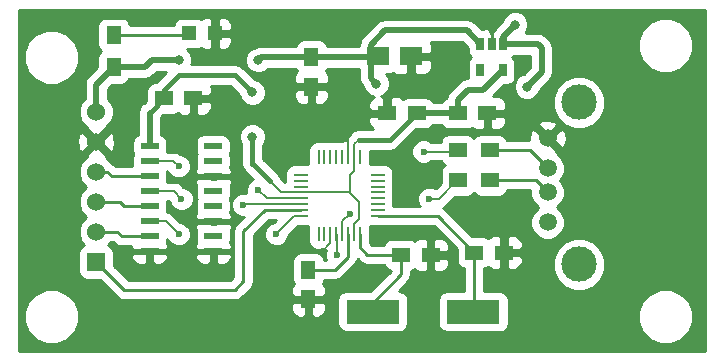
<source format=gbr>
G04 #@! TF.FileFunction,Copper,L1,Top,Signal*
%FSLAX46Y46*%
G04 Gerber Fmt 4.6, Leading zero omitted, Abs format (unit mm)*
G04 Created by KiCad (PCBNEW 4.0.6) date 06/06/17 10:00:33*
%MOMM*%
%LPD*%
G01*
G04 APERTURE LIST*
%ADD10C,0.100000*%
%ADD11R,4.500000X2.000000*%
%ADD12R,1.524000X1.524000*%
%ADD13C,1.524000*%
%ADD14R,1.500000X1.250000*%
%ADD15R,1.250000X1.500000*%
%ADD16R,1.200000X1.200000*%
%ADD17C,1.500000*%
%ADD18C,3.000000*%
%ADD19R,1.500000X1.300000*%
%ADD20R,1.300000X1.500000*%
%ADD21R,1.500000X0.600000*%
%ADD22R,0.650000X1.060000*%
%ADD23R,0.280000X1.200000*%
%ADD24R,1.200000X0.280000*%
%ADD25R,1.950000X1.500000*%
%ADD26C,0.800000*%
%ADD27C,0.600000*%
%ADD28C,0.250000*%
%ADD29C,0.200000*%
%ADD30C,0.400000*%
%ADD31C,0.500000*%
%ADD32C,0.254000*%
G04 APERTURE END LIST*
D10*
D11*
X150450000Y-104800000D03*
X141950000Y-104800000D03*
D12*
X118525400Y-100600000D03*
D13*
X118525400Y-98060000D03*
X118525400Y-95520000D03*
X118525400Y-92980000D03*
X118525400Y-90440000D03*
X118525400Y-87900000D03*
D14*
X144350000Y-100000000D03*
X146850000Y-100000000D03*
X150550000Y-99800000D03*
X153050000Y-99800000D03*
D15*
X136500000Y-101250000D03*
X136500000Y-103750000D03*
D14*
X145650000Y-88000000D03*
X143150000Y-88000000D03*
X149150000Y-88000000D03*
X151650000Y-88000000D03*
D15*
X136750000Y-83250000D03*
X136750000Y-85750000D03*
D14*
X126750000Y-86750000D03*
X124250000Y-86750000D03*
D16*
X126400000Y-81250000D03*
X128600000Y-81250000D03*
D17*
X156750000Y-90140000D03*
X156750000Y-92680000D03*
X156750000Y-94710000D03*
X156750000Y-97250000D03*
D18*
X159420000Y-87090000D03*
X159420000Y-100810000D03*
D19*
X149190000Y-91150000D03*
X151890000Y-91150000D03*
X149190000Y-93690000D03*
X151890000Y-93690000D03*
D20*
X120000000Y-84100000D03*
X120000000Y-81400000D03*
D21*
X123050000Y-90805000D03*
X123050000Y-92075000D03*
X123050000Y-93345000D03*
X123050000Y-94615000D03*
X123050000Y-95885000D03*
X123050000Y-97155000D03*
X123050000Y-98425000D03*
X123050000Y-99695000D03*
X128450000Y-99695000D03*
X128450000Y-98425000D03*
X128450000Y-97155000D03*
X128450000Y-95885000D03*
X128450000Y-94615000D03*
X128450000Y-93345000D03*
X128450000Y-92075000D03*
X128450000Y-90805000D03*
D22*
X152950000Y-82150000D03*
X152000000Y-82150000D03*
X151050000Y-82150000D03*
X151050000Y-84350000D03*
X152950000Y-84350000D03*
D23*
X140860000Y-91710000D03*
X140360000Y-91710000D03*
X139860000Y-91710000D03*
X139360000Y-91710000D03*
X138860000Y-91710000D03*
X138360000Y-91710000D03*
X137860000Y-91710000D03*
X137360000Y-91710000D03*
D24*
X135860000Y-93210000D03*
X135860000Y-93710000D03*
X135860000Y-94210000D03*
X135860000Y-94710000D03*
X135860000Y-95210000D03*
X135860000Y-95710000D03*
X135860000Y-96210000D03*
X135860000Y-96710000D03*
D23*
X137360000Y-98210000D03*
X137860000Y-98210000D03*
X138360000Y-98210000D03*
X138860000Y-98210000D03*
X139360000Y-98210000D03*
X139860000Y-98210000D03*
X140360000Y-98210000D03*
X140860000Y-98210000D03*
D24*
X142360000Y-96710000D03*
X142360000Y-96210000D03*
X142360000Y-95710000D03*
X142360000Y-95210000D03*
X142360000Y-94710000D03*
X142360000Y-94210000D03*
X142360000Y-93710000D03*
X142360000Y-93210000D03*
D25*
X142425000Y-83200000D03*
X145175000Y-83200000D03*
D26*
X131750000Y-86250000D03*
X131750000Y-90000000D03*
X154000000Y-80500000D03*
X155000000Y-85750000D03*
X142250000Y-85500000D03*
X132250000Y-83500000D03*
X125500000Y-83500000D03*
D27*
X146250000Y-91250000D03*
X140000000Y-96500000D03*
X138918221Y-100047447D03*
X146750000Y-95250000D03*
X125500000Y-92500000D03*
X132250000Y-94500000D03*
X125750000Y-95250000D03*
X131000000Y-95750000D03*
X133750000Y-98250000D03*
X125500000Y-98250000D03*
D28*
X144350000Y-100000000D02*
X141500000Y-100000000D01*
X140860000Y-99360000D02*
X140860000Y-98210000D01*
X141500000Y-100000000D02*
X140860000Y-99360000D01*
X144350000Y-100000000D02*
X144350000Y-101650000D01*
X144350000Y-101650000D02*
X141950000Y-104050000D01*
X141950000Y-104050000D02*
X141950000Y-104800000D01*
D29*
X139860000Y-91710000D02*
X139860000Y-88890000D01*
X139860000Y-88890000D02*
X140000000Y-88750000D01*
X138360000Y-98210000D02*
X138360000Y-99010000D01*
X138360000Y-99010000D02*
X137620000Y-99750000D01*
D28*
X152000000Y-82150000D02*
X152000000Y-81000000D01*
X142360000Y-96710000D02*
X147460000Y-96710000D01*
X147460000Y-96710000D02*
X150550000Y-99800000D01*
X150550000Y-99800000D02*
X150550000Y-104700000D01*
X150550000Y-104700000D02*
X150450000Y-104800000D01*
X136500000Y-101250000D02*
X138750000Y-101250000D01*
X139860000Y-100140000D02*
X139860000Y-98210000D01*
X138750000Y-101250000D02*
X139860000Y-100140000D01*
D30*
X131750000Y-92250000D02*
X133250000Y-93750000D01*
D29*
X134210000Y-94710000D02*
X133250000Y-93750000D01*
X134210000Y-94710000D02*
X135860000Y-94710000D01*
X140000000Y-94750000D02*
X140000000Y-93250000D01*
X140360000Y-92890000D02*
X140360000Y-91710000D01*
X140000000Y-93250000D02*
X140360000Y-92890000D01*
X139960000Y-94710000D02*
X140000000Y-94750000D01*
X140000000Y-94750000D02*
X140750000Y-95500000D01*
X140360000Y-98210000D02*
X140360000Y-97390000D01*
X140750000Y-97000000D02*
X140360000Y-97390000D01*
X140750000Y-95500000D02*
X140750000Y-97000000D01*
X139960000Y-94710000D02*
X138750000Y-94710000D01*
D30*
X131750000Y-92000000D02*
X131750000Y-92250000D01*
X131750000Y-92250000D02*
X131750000Y-92269998D01*
X124250000Y-86000000D02*
X125500000Y-84750000D01*
X125500000Y-84750000D02*
X130250000Y-84750000D01*
X130250000Y-84750000D02*
X131750000Y-86250000D01*
X131750000Y-90000000D02*
X131750000Y-92000000D01*
X124250000Y-86750000D02*
X124250000Y-86000000D01*
X124250000Y-86750000D02*
X123050000Y-87950000D01*
D31*
X123050000Y-87950000D02*
X123050000Y-90805000D01*
D30*
X140750000Y-90250000D02*
X143400000Y-90250000D01*
X143400000Y-90250000D02*
X145650000Y-88000000D01*
D29*
X140360000Y-91710000D02*
X140360000Y-90640000D01*
X140360000Y-90640000D02*
X140750000Y-90250000D01*
X135860000Y-94710000D02*
X138750000Y-94710000D01*
X138750000Y-94710000D02*
X138790000Y-94710000D01*
D31*
X149150000Y-88000000D02*
X149150000Y-86850000D01*
X151300000Y-86000000D02*
X152950000Y-84350000D01*
X150000000Y-86000000D02*
X151300000Y-86000000D01*
X149150000Y-86850000D02*
X150000000Y-86000000D01*
X149150000Y-88000000D02*
X145650000Y-88000000D01*
X152950000Y-82150000D02*
X152950000Y-81550000D01*
X152950000Y-81550000D02*
X154000000Y-80500000D01*
X141800000Y-83200000D02*
X141800000Y-85050000D01*
X155900000Y-82150000D02*
X152950000Y-82150000D01*
X156250000Y-82500000D02*
X155900000Y-82150000D01*
X156250000Y-84500000D02*
X156250000Y-82500000D01*
X155000000Y-85750000D02*
X156250000Y-84500000D01*
X141800000Y-85050000D02*
X142250000Y-85500000D01*
X120000000Y-84100000D02*
X122650000Y-84100000D01*
X132500000Y-83250000D02*
X136750000Y-83250000D01*
X132250000Y-83500000D02*
X132500000Y-83250000D01*
X123250000Y-83500000D02*
X125500000Y-83500000D01*
X122650000Y-84100000D02*
X123250000Y-83500000D01*
X136750000Y-83250000D02*
X141750000Y-83250000D01*
X141750000Y-83250000D02*
X141800000Y-83200000D01*
X141800000Y-83200000D02*
X141800000Y-82200000D01*
X149900000Y-81000000D02*
X151050000Y-82150000D01*
X143000000Y-81000000D02*
X149900000Y-81000000D01*
X141800000Y-82200000D02*
X143000000Y-81000000D01*
X118525400Y-87900000D02*
X118525400Y-85574600D01*
X118525400Y-85574600D02*
X120000000Y-84100000D01*
D28*
X120000000Y-81400000D02*
X126250000Y-81400000D01*
X126250000Y-81400000D02*
X126400000Y-81250000D01*
X120000000Y-81400000D02*
X120650000Y-81400000D01*
X118525400Y-95520000D02*
X120520000Y-95520000D01*
X120885000Y-95885000D02*
X123050000Y-95885000D01*
X120520000Y-95520000D02*
X120885000Y-95885000D01*
X118525400Y-98060000D02*
X120310000Y-98060000D01*
X120675000Y-98425000D02*
X123050000Y-98425000D01*
X120310000Y-98060000D02*
X120675000Y-98425000D01*
X135860000Y-96210000D02*
X132790000Y-96210000D01*
X120925400Y-103000000D02*
X118525400Y-100600000D01*
X130250000Y-103000000D02*
X120925400Y-103000000D01*
X131000000Y-102250000D02*
X130250000Y-103000000D01*
X131000000Y-98000000D02*
X131000000Y-102250000D01*
X132790000Y-96210000D02*
X131000000Y-98000000D01*
X118525400Y-92980000D02*
X119480000Y-92980000D01*
X119845000Y-93345000D02*
X123050000Y-93345000D01*
X119480000Y-92980000D02*
X119845000Y-93345000D01*
X151890000Y-91150000D02*
X155220000Y-91150000D01*
X155220000Y-91150000D02*
X156750000Y-92680000D01*
X151890000Y-93690000D02*
X155730000Y-93690000D01*
X155730000Y-93690000D02*
X156750000Y-94710000D01*
D29*
X146250000Y-91250000D02*
X149090000Y-91250000D01*
X149090000Y-91250000D02*
X149190000Y-91150000D01*
X139360000Y-98210000D02*
X139360000Y-97140000D01*
X139360000Y-97140000D02*
X140000000Y-96500000D01*
X138918221Y-100047447D02*
X138918221Y-98268221D01*
X138918221Y-98268221D02*
X138860000Y-98210000D01*
X149190000Y-93690000D02*
X149090000Y-93690000D01*
X149090000Y-93690000D02*
X147530000Y-95250000D01*
X147530000Y-95250000D02*
X146750000Y-95250000D01*
X123050000Y-92075000D02*
X125075000Y-92075000D01*
X125075000Y-92075000D02*
X125500000Y-92500000D01*
X132250000Y-94500000D02*
X132960000Y-95210000D01*
X132960000Y-95210000D02*
X135860000Y-95210000D01*
X135860000Y-95710000D02*
X131040000Y-95710000D01*
X125115000Y-94615000D02*
X123050000Y-94615000D01*
X125750000Y-95250000D02*
X125115000Y-94615000D01*
X131040000Y-95710000D02*
X131000000Y-95750000D01*
X133750000Y-98250000D02*
X135290000Y-96710000D01*
X135290000Y-96710000D02*
X135860000Y-96710000D01*
X123050000Y-97155000D02*
X124405000Y-97155000D01*
X124405000Y-97155000D02*
X125500000Y-98250000D01*
D32*
G36*
X170058000Y-108128000D02*
X111972000Y-108128000D01*
X111972000Y-105710838D01*
X112422597Y-105710838D01*
X112776115Y-106566418D01*
X113430139Y-107221585D01*
X114285100Y-107576596D01*
X115210838Y-107577403D01*
X116066418Y-107223885D01*
X116721585Y-106569861D01*
X117076596Y-105714900D01*
X117077403Y-104789162D01*
X116825600Y-104179750D01*
X135048000Y-104179750D01*
X135048000Y-104664501D01*
X135173903Y-104968458D01*
X135406542Y-105201097D01*
X135710500Y-105327000D01*
X136070250Y-105327000D01*
X136277000Y-105120250D01*
X136277000Y-103973000D01*
X136723000Y-103973000D01*
X136723000Y-105120250D01*
X136929750Y-105327000D01*
X137289500Y-105327000D01*
X137593458Y-105201097D01*
X137826097Y-104968458D01*
X137952000Y-104664501D01*
X137952000Y-104179750D01*
X137745250Y-103973000D01*
X136723000Y-103973000D01*
X136277000Y-103973000D01*
X135254750Y-103973000D01*
X135048000Y-104179750D01*
X116825600Y-104179750D01*
X116723885Y-103933582D01*
X116069861Y-103278415D01*
X115214900Y-102923404D01*
X114289162Y-102922597D01*
X113433582Y-103276115D01*
X112778415Y-103930139D01*
X112423404Y-104785100D01*
X112422597Y-105710838D01*
X111972000Y-105710838D01*
X111972000Y-99838000D01*
X117022158Y-99838000D01*
X117022158Y-101362000D01*
X117072851Y-101631410D01*
X117232072Y-101878846D01*
X117475015Y-102044843D01*
X117763400Y-102103242D01*
X118823732Y-102103242D01*
X120322945Y-103602455D01*
X120599354Y-103787145D01*
X120925400Y-103852000D01*
X130250000Y-103852000D01*
X130576046Y-103787145D01*
X130852455Y-103602455D01*
X131602455Y-102852455D01*
X131787145Y-102576046D01*
X131852000Y-102250000D01*
X131852000Y-98352910D01*
X133142910Y-97062000D01*
X133768446Y-97062000D01*
X133607571Y-97222875D01*
X133546613Y-97222822D01*
X133169011Y-97378844D01*
X132879860Y-97667492D01*
X132723179Y-98044821D01*
X132722822Y-98453387D01*
X132878844Y-98830989D01*
X133167492Y-99120140D01*
X133544821Y-99276821D01*
X133953387Y-99277178D01*
X134330989Y-99121156D01*
X134620140Y-98832508D01*
X134776821Y-98455179D01*
X134776876Y-98392678D01*
X135578312Y-97591242D01*
X136460000Y-97591242D01*
X136483450Y-97586830D01*
X136478758Y-97610000D01*
X136478758Y-98810000D01*
X136529451Y-99079410D01*
X136688672Y-99326846D01*
X136931615Y-99492843D01*
X137220000Y-99551242D01*
X137500000Y-99551242D01*
X137614038Y-99529784D01*
X137720000Y-99551242D01*
X137848461Y-99551242D01*
X137988209Y-99609127D01*
X137891400Y-99842268D01*
X137891043Y-100250834D01*
X137951851Y-100398000D01*
X137847049Y-100398000D01*
X137815549Y-100230590D01*
X137656328Y-99983154D01*
X137413385Y-99817157D01*
X137125000Y-99758758D01*
X135875000Y-99758758D01*
X135605590Y-99809451D01*
X135358154Y-99968672D01*
X135192157Y-100211615D01*
X135133758Y-100500000D01*
X135133758Y-102000000D01*
X135184451Y-102269410D01*
X135282955Y-102422490D01*
X135173903Y-102531542D01*
X135048000Y-102835499D01*
X135048000Y-103320250D01*
X135254750Y-103527000D01*
X136277000Y-103527000D01*
X136277000Y-103507000D01*
X136723000Y-103507000D01*
X136723000Y-103527000D01*
X137745250Y-103527000D01*
X137952000Y-103320250D01*
X137952000Y-102835499D01*
X137826097Y-102531542D01*
X137716550Y-102421995D01*
X137807843Y-102288385D01*
X137845587Y-102102000D01*
X138750000Y-102102000D01*
X139076046Y-102037145D01*
X139352455Y-101852455D01*
X140462455Y-100742455D01*
X140647145Y-100466046D01*
X140666057Y-100370967D01*
X140897545Y-100602455D01*
X141173954Y-100787145D01*
X141500000Y-100852000D01*
X142901471Y-100852000D01*
X142909451Y-100894410D01*
X143068672Y-101141846D01*
X143311615Y-101307843D01*
X143457670Y-101337420D01*
X141736332Y-103058758D01*
X139700000Y-103058758D01*
X139430590Y-103109451D01*
X139183154Y-103268672D01*
X139017157Y-103511615D01*
X138958758Y-103800000D01*
X138958758Y-105800000D01*
X139009451Y-106069410D01*
X139168672Y-106316846D01*
X139411615Y-106482843D01*
X139700000Y-106541242D01*
X144200000Y-106541242D01*
X144469410Y-106490549D01*
X144716846Y-106331328D01*
X144882843Y-106088385D01*
X144941242Y-105800000D01*
X144941242Y-103800000D01*
X144890549Y-103530590D01*
X144731328Y-103283154D01*
X144488385Y-103117157D01*
X144200000Y-103058758D01*
X144146152Y-103058758D01*
X144952455Y-102252455D01*
X145137145Y-101976046D01*
X145202000Y-101650000D01*
X145202000Y-101347049D01*
X145369410Y-101315549D01*
X145522490Y-101217045D01*
X145631542Y-101326097D01*
X145935499Y-101452000D01*
X146420250Y-101452000D01*
X146627000Y-101245250D01*
X146627000Y-100223000D01*
X147073000Y-100223000D01*
X147073000Y-101245250D01*
X147279750Y-101452000D01*
X147764501Y-101452000D01*
X148068458Y-101326097D01*
X148301097Y-101093458D01*
X148427000Y-100789500D01*
X148427000Y-100429750D01*
X148220250Y-100223000D01*
X147073000Y-100223000D01*
X146627000Y-100223000D01*
X146607000Y-100223000D01*
X146607000Y-99777000D01*
X146627000Y-99777000D01*
X146627000Y-98754750D01*
X147073000Y-98754750D01*
X147073000Y-99777000D01*
X148220250Y-99777000D01*
X148427000Y-99570250D01*
X148427000Y-99210500D01*
X148301097Y-98906542D01*
X148068458Y-98673903D01*
X147764501Y-98548000D01*
X147279750Y-98548000D01*
X147073000Y-98754750D01*
X146627000Y-98754750D01*
X146420250Y-98548000D01*
X145935499Y-98548000D01*
X145631542Y-98673903D01*
X145521995Y-98783450D01*
X145388385Y-98692157D01*
X145100000Y-98633758D01*
X143600000Y-98633758D01*
X143330590Y-98684451D01*
X143083154Y-98843672D01*
X142917157Y-99086615D01*
X142904726Y-99148000D01*
X141852910Y-99148000D01*
X141712000Y-99007090D01*
X141712000Y-98954402D01*
X141741242Y-98810000D01*
X141741242Y-97610000D01*
X141736830Y-97586550D01*
X141760000Y-97591242D01*
X142960000Y-97591242D01*
X143115408Y-97562000D01*
X147107090Y-97562000D01*
X149058758Y-99513668D01*
X149058758Y-100425000D01*
X149109451Y-100694410D01*
X149268672Y-100941846D01*
X149511615Y-101107843D01*
X149698000Y-101145587D01*
X149698000Y-103058758D01*
X148200000Y-103058758D01*
X147930590Y-103109451D01*
X147683154Y-103268672D01*
X147517157Y-103511615D01*
X147458758Y-103800000D01*
X147458758Y-105800000D01*
X147509451Y-106069410D01*
X147668672Y-106316846D01*
X147911615Y-106482843D01*
X148200000Y-106541242D01*
X152700000Y-106541242D01*
X152969410Y-106490549D01*
X153216846Y-106331328D01*
X153382843Y-106088385D01*
X153441242Y-105800000D01*
X153441242Y-105710838D01*
X164422597Y-105710838D01*
X164776115Y-106566418D01*
X165430139Y-107221585D01*
X166285100Y-107576596D01*
X167210838Y-107577403D01*
X168066418Y-107223885D01*
X168721585Y-106569861D01*
X169076596Y-105714900D01*
X169077403Y-104789162D01*
X168723885Y-103933582D01*
X168069861Y-103278415D01*
X167214900Y-102923404D01*
X166289162Y-102922597D01*
X165433582Y-103276115D01*
X164778415Y-103930139D01*
X164423404Y-104785100D01*
X164422597Y-105710838D01*
X153441242Y-105710838D01*
X153441242Y-103800000D01*
X153390549Y-103530590D01*
X153231328Y-103283154D01*
X152988385Y-103117157D01*
X152700000Y-103058758D01*
X151402000Y-103058758D01*
X151402000Y-101147049D01*
X151569410Y-101115549D01*
X151722490Y-101017045D01*
X151831542Y-101126097D01*
X152135499Y-101252000D01*
X152620250Y-101252000D01*
X152827000Y-101045250D01*
X152827000Y-100023000D01*
X153273000Y-100023000D01*
X153273000Y-101045250D01*
X153479750Y-101252000D01*
X153964501Y-101252000D01*
X153966833Y-101251034D01*
X157192614Y-101251034D01*
X157530940Y-102069846D01*
X158156858Y-102696858D01*
X158975079Y-103036613D01*
X159861034Y-103037386D01*
X160679846Y-102699060D01*
X161306858Y-102073142D01*
X161646613Y-101254921D01*
X161647386Y-100368966D01*
X161309060Y-99550154D01*
X160683142Y-98923142D01*
X159864921Y-98583387D01*
X158978966Y-98582614D01*
X158160154Y-98920940D01*
X157533142Y-99546858D01*
X157193387Y-100365079D01*
X157192614Y-101251034D01*
X153966833Y-101251034D01*
X154268458Y-101126097D01*
X154501097Y-100893458D01*
X154627000Y-100589500D01*
X154627000Y-100229750D01*
X154420250Y-100023000D01*
X153273000Y-100023000D01*
X152827000Y-100023000D01*
X152807000Y-100023000D01*
X152807000Y-99577000D01*
X152827000Y-99577000D01*
X152827000Y-98554750D01*
X153273000Y-98554750D01*
X153273000Y-99577000D01*
X154420250Y-99577000D01*
X154627000Y-99370250D01*
X154627000Y-99010500D01*
X154501097Y-98706542D01*
X154268458Y-98473903D01*
X153964501Y-98348000D01*
X153479750Y-98348000D01*
X153273000Y-98554750D01*
X152827000Y-98554750D01*
X152620250Y-98348000D01*
X152135499Y-98348000D01*
X151831542Y-98473903D01*
X151721995Y-98583450D01*
X151588385Y-98492157D01*
X151300000Y-98433758D01*
X150388668Y-98433758D01*
X148062455Y-96107545D01*
X147884503Y-95988641D01*
X148114777Y-95834777D01*
X148868312Y-95081242D01*
X149940000Y-95081242D01*
X150209410Y-95030549D01*
X150456846Y-94871328D01*
X150539835Y-94749870D01*
X150608672Y-94856846D01*
X150851615Y-95022843D01*
X151140000Y-95081242D01*
X152640000Y-95081242D01*
X152909410Y-95030549D01*
X153156846Y-94871328D01*
X153322843Y-94628385D01*
X153340336Y-94542000D01*
X155273146Y-94542000D01*
X155272744Y-95002505D01*
X155497130Y-95545560D01*
X155912254Y-95961409D01*
X155956463Y-95979766D01*
X155914440Y-95997130D01*
X155498591Y-96412254D01*
X155273257Y-96954918D01*
X155272744Y-97542505D01*
X155497130Y-98085560D01*
X155912254Y-98501409D01*
X156454918Y-98726743D01*
X157042505Y-98727256D01*
X157585560Y-98502870D01*
X158001409Y-98087746D01*
X158226743Y-97545082D01*
X158227256Y-96957495D01*
X158002870Y-96414440D01*
X157587746Y-95998591D01*
X157543537Y-95980234D01*
X157585560Y-95962870D01*
X158001409Y-95547746D01*
X158226743Y-95005082D01*
X158227256Y-94417495D01*
X158002870Y-93874440D01*
X157823794Y-93695051D01*
X158001409Y-93517746D01*
X158226743Y-92975082D01*
X158227256Y-92387495D01*
X158002870Y-91844440D01*
X157587746Y-91428591D01*
X157540013Y-91408770D01*
X157570445Y-91275815D01*
X156750000Y-90455370D01*
X156735858Y-90469512D01*
X156420488Y-90154142D01*
X156434630Y-90140000D01*
X157065370Y-90140000D01*
X157885815Y-90960445D01*
X158169320Y-90895553D01*
X158350418Y-90294890D01*
X158287867Y-89670646D01*
X158169320Y-89384447D01*
X157885815Y-89319555D01*
X157065370Y-90140000D01*
X156434630Y-90140000D01*
X155614185Y-89319555D01*
X155330680Y-89384447D01*
X155149582Y-89985110D01*
X155180934Y-90298000D01*
X153343233Y-90298000D01*
X153330549Y-90230590D01*
X153171328Y-89983154D01*
X152928385Y-89817157D01*
X152640000Y-89758758D01*
X151140000Y-89758758D01*
X150870590Y-89809451D01*
X150623154Y-89968672D01*
X150540165Y-90090130D01*
X150471328Y-89983154D01*
X150228385Y-89817157D01*
X149940000Y-89758758D01*
X148440000Y-89758758D01*
X148170590Y-89809451D01*
X147923154Y-89968672D01*
X147757157Y-90211615D01*
X147714351Y-90423000D01*
X146875573Y-90423000D01*
X146832508Y-90379860D01*
X146455179Y-90223179D01*
X146046613Y-90222822D01*
X145669011Y-90378844D01*
X145379860Y-90667492D01*
X145223179Y-91044821D01*
X145222822Y-91453387D01*
X145378844Y-91830989D01*
X145667492Y-92120140D01*
X146044821Y-92276821D01*
X146453387Y-92277178D01*
X146830989Y-92121156D01*
X146875222Y-92077000D01*
X147754335Y-92077000D01*
X147908672Y-92316846D01*
X148060278Y-92420435D01*
X147923154Y-92508672D01*
X147757157Y-92751615D01*
X147698758Y-93040000D01*
X147698758Y-93911688D01*
X147260490Y-94349956D01*
X146955179Y-94223179D01*
X146546613Y-94222822D01*
X146169011Y-94378844D01*
X145879860Y-94667492D01*
X145723179Y-95044821D01*
X145722822Y-95453387D01*
X145878844Y-95830989D01*
X145905808Y-95858000D01*
X143699622Y-95858000D01*
X143701242Y-95850000D01*
X143701242Y-95570000D01*
X143679784Y-95455962D01*
X143701242Y-95350000D01*
X143701242Y-95070000D01*
X143679784Y-94955962D01*
X143701242Y-94850000D01*
X143701242Y-94570000D01*
X143679784Y-94455962D01*
X143701242Y-94350000D01*
X143701242Y-94070000D01*
X143679784Y-93955962D01*
X143701242Y-93850000D01*
X143701242Y-93570000D01*
X143679784Y-93455962D01*
X143701242Y-93350000D01*
X143701242Y-93070000D01*
X143650549Y-92800590D01*
X143491328Y-92553154D01*
X143248385Y-92387157D01*
X142960000Y-92328758D01*
X141760000Y-92328758D01*
X141736550Y-92333170D01*
X141741242Y-92310000D01*
X141741242Y-91177000D01*
X143400000Y-91177000D01*
X143754748Y-91106436D01*
X144055488Y-90905488D01*
X145594734Y-89366242D01*
X146400000Y-89366242D01*
X146669410Y-89315549D01*
X146916846Y-89156328D01*
X147039376Y-88977000D01*
X147762596Y-88977000D01*
X147868672Y-89141846D01*
X148111615Y-89307843D01*
X148400000Y-89366242D01*
X149900000Y-89366242D01*
X150169410Y-89315549D01*
X150322490Y-89217045D01*
X150431542Y-89326097D01*
X150735499Y-89452000D01*
X151220250Y-89452000D01*
X151427000Y-89245250D01*
X151427000Y-88223000D01*
X151873000Y-88223000D01*
X151873000Y-89245250D01*
X152079750Y-89452000D01*
X152564501Y-89452000D01*
X152868458Y-89326097D01*
X153101097Y-89093458D01*
X153138074Y-89004185D01*
X155929555Y-89004185D01*
X156750000Y-89824630D01*
X157570445Y-89004185D01*
X157505553Y-88720680D01*
X156904890Y-88539582D01*
X156280646Y-88602133D01*
X155994447Y-88720680D01*
X155929555Y-89004185D01*
X153138074Y-89004185D01*
X153227000Y-88789500D01*
X153227000Y-88429750D01*
X153020250Y-88223000D01*
X151873000Y-88223000D01*
X151427000Y-88223000D01*
X151407000Y-88223000D01*
X151407000Y-87777000D01*
X151427000Y-87777000D01*
X151427000Y-87757000D01*
X151873000Y-87757000D01*
X151873000Y-87777000D01*
X153020250Y-87777000D01*
X153227000Y-87570250D01*
X153227000Y-87531034D01*
X157192614Y-87531034D01*
X157530940Y-88349846D01*
X158156858Y-88976858D01*
X158975079Y-89316613D01*
X159861034Y-89317386D01*
X160679846Y-88979060D01*
X161306858Y-88353142D01*
X161646613Y-87534921D01*
X161647386Y-86648966D01*
X161309060Y-85830154D01*
X160683142Y-85203142D01*
X159864921Y-84863387D01*
X158978966Y-84862614D01*
X158160154Y-85200940D01*
X157533142Y-85826858D01*
X157193387Y-86645079D01*
X157192614Y-87531034D01*
X153227000Y-87531034D01*
X153227000Y-87210500D01*
X153101097Y-86906542D01*
X152868458Y-86673903D01*
X152564501Y-86548000D01*
X152133686Y-86548000D01*
X153060445Y-85621242D01*
X153275000Y-85621242D01*
X153544410Y-85570549D01*
X153791846Y-85411328D01*
X153957843Y-85168385D01*
X154016242Y-84880000D01*
X154016242Y-83820000D01*
X153965549Y-83550590D01*
X153806328Y-83303154D01*
X153730093Y-83251065D01*
X153791846Y-83211328D01*
X153849465Y-83127000D01*
X155273000Y-83127000D01*
X155273000Y-84095314D01*
X154723470Y-84644844D01*
X154362440Y-84794019D01*
X154045133Y-85110772D01*
X153873196Y-85524842D01*
X153872805Y-85973191D01*
X154044019Y-86387560D01*
X154360772Y-86704867D01*
X154774842Y-86876804D01*
X155223191Y-86877195D01*
X155637560Y-86705981D01*
X155954867Y-86389228D01*
X156105697Y-86025989D01*
X156940843Y-85190843D01*
X156986043Y-85123196D01*
X157152630Y-84873882D01*
X157227000Y-84500000D01*
X157227000Y-82710838D01*
X164422597Y-82710838D01*
X164776115Y-83566418D01*
X165430139Y-84221585D01*
X166285100Y-84576596D01*
X167210838Y-84577403D01*
X168066418Y-84223885D01*
X168721585Y-83569861D01*
X169076596Y-82714900D01*
X169077403Y-81789162D01*
X168723885Y-80933582D01*
X168069861Y-80278415D01*
X167214900Y-79923404D01*
X166289162Y-79922597D01*
X165433582Y-80276115D01*
X164778415Y-80930139D01*
X164423404Y-81785100D01*
X164422597Y-82710838D01*
X157227000Y-82710838D01*
X157227000Y-82500000D01*
X157152630Y-82126118D01*
X157047428Y-81968672D01*
X156940844Y-81809157D01*
X156590843Y-81459157D01*
X156463220Y-81373882D01*
X156273882Y-81247370D01*
X155900000Y-81173000D01*
X154921036Y-81173000D01*
X154954867Y-81139228D01*
X155126804Y-80725158D01*
X155127195Y-80276809D01*
X154955981Y-79862440D01*
X154639228Y-79545133D01*
X154225158Y-79373196D01*
X153776809Y-79372805D01*
X153362440Y-79544019D01*
X153045133Y-79860772D01*
X152894303Y-80224011D01*
X152259157Y-80859157D01*
X152170684Y-80991566D01*
X152162500Y-80999750D01*
X152162500Y-81003814D01*
X152047370Y-81176118D01*
X152046945Y-81178253D01*
X151999415Y-81247815D01*
X151906328Y-81103154D01*
X151837500Y-81056126D01*
X151837500Y-80999750D01*
X151630750Y-80793000D01*
X151510500Y-80793000D01*
X151303461Y-80878758D01*
X151160444Y-80878758D01*
X150590843Y-80309157D01*
X150539487Y-80274842D01*
X150273882Y-80097370D01*
X149900000Y-80023000D01*
X143000000Y-80023000D01*
X142626118Y-80097370D01*
X142572564Y-80133154D01*
X142309156Y-80309157D01*
X141109157Y-81509157D01*
X140897370Y-81826118D01*
X140856704Y-82030560D01*
X140767157Y-82161615D01*
X140744601Y-82273000D01*
X138073529Y-82273000D01*
X138065549Y-82230590D01*
X137906328Y-81983154D01*
X137663385Y-81817157D01*
X137375000Y-81758758D01*
X136125000Y-81758758D01*
X135855590Y-81809451D01*
X135608154Y-81968672D01*
X135442157Y-82211615D01*
X135429726Y-82273000D01*
X132500000Y-82273000D01*
X132126118Y-82347370D01*
X132087972Y-82372858D01*
X132026809Y-82372805D01*
X131612440Y-82544019D01*
X131295133Y-82860772D01*
X131123196Y-83274842D01*
X131122805Y-83723191D01*
X131294019Y-84137560D01*
X131610772Y-84454867D01*
X132024842Y-84626804D01*
X132473191Y-84627195D01*
X132887560Y-84455981D01*
X133116941Y-84227000D01*
X135426471Y-84227000D01*
X135434451Y-84269410D01*
X135532955Y-84422490D01*
X135423903Y-84531542D01*
X135298000Y-84835499D01*
X135298000Y-85320250D01*
X135504750Y-85527000D01*
X136527000Y-85527000D01*
X136527000Y-85507000D01*
X136973000Y-85507000D01*
X136973000Y-85527000D01*
X137995250Y-85527000D01*
X138202000Y-85320250D01*
X138202000Y-84835499D01*
X138076097Y-84531542D01*
X137966550Y-84421995D01*
X138057843Y-84288385D01*
X138070274Y-84227000D01*
X140764335Y-84227000D01*
X140823000Y-84318168D01*
X140823000Y-85050000D01*
X140897370Y-85423882D01*
X141097362Y-85723191D01*
X141109157Y-85740843D01*
X141144844Y-85776530D01*
X141294019Y-86137560D01*
X141610772Y-86454867D01*
X142024842Y-86626804D01*
X142045206Y-86626822D01*
X141931542Y-86673903D01*
X141698903Y-86906542D01*
X141573000Y-87210500D01*
X141573000Y-87570250D01*
X141779750Y-87777000D01*
X142927000Y-87777000D01*
X142927000Y-86754750D01*
X142720250Y-86548000D01*
X142664857Y-86548000D01*
X142887560Y-86455981D01*
X143204867Y-86139228D01*
X143376804Y-85725158D01*
X143377195Y-85276809D01*
X143205981Y-84862440D01*
X143035082Y-84691242D01*
X143400000Y-84691242D01*
X143669410Y-84640549D01*
X143700797Y-84620352D01*
X143731542Y-84651097D01*
X144035499Y-84777000D01*
X144745250Y-84777000D01*
X144952000Y-84570250D01*
X144952000Y-83423000D01*
X145398000Y-83423000D01*
X145398000Y-84570250D01*
X145604750Y-84777000D01*
X146314501Y-84777000D01*
X146618458Y-84651097D01*
X146851097Y-84418458D01*
X146977000Y-84114500D01*
X146977000Y-83629750D01*
X146770250Y-83423000D01*
X145398000Y-83423000D01*
X144952000Y-83423000D01*
X144932000Y-83423000D01*
X144932000Y-82977000D01*
X144952000Y-82977000D01*
X144952000Y-82957000D01*
X145398000Y-82957000D01*
X145398000Y-82977000D01*
X146770250Y-82977000D01*
X146977000Y-82770250D01*
X146977000Y-82285500D01*
X146851097Y-81981542D01*
X146846555Y-81977000D01*
X149495314Y-81977000D01*
X149983758Y-82465445D01*
X149983758Y-82680000D01*
X150034451Y-82949410D01*
X150193672Y-83196846D01*
X150269907Y-83248935D01*
X150208154Y-83288672D01*
X150042157Y-83531615D01*
X149983758Y-83820000D01*
X149983758Y-84880000D01*
X150010665Y-85023000D01*
X150000000Y-85023000D01*
X149626119Y-85097369D01*
X149309157Y-85309156D01*
X148459157Y-86159157D01*
X148247370Y-86476118D01*
X148208859Y-86669724D01*
X148130590Y-86684451D01*
X147883154Y-86843672D01*
X147760624Y-87023000D01*
X147037404Y-87023000D01*
X146931328Y-86858154D01*
X146688385Y-86692157D01*
X146400000Y-86633758D01*
X144900000Y-86633758D01*
X144630590Y-86684451D01*
X144477510Y-86782955D01*
X144368458Y-86673903D01*
X144064501Y-86548000D01*
X143579750Y-86548000D01*
X143373000Y-86754750D01*
X143373000Y-87777000D01*
X143393000Y-87777000D01*
X143393000Y-88223000D01*
X143373000Y-88223000D01*
X143373000Y-88243000D01*
X142927000Y-88243000D01*
X142927000Y-88223000D01*
X141779750Y-88223000D01*
X141573000Y-88429750D01*
X141573000Y-88789500D01*
X141698903Y-89093458D01*
X141928445Y-89323000D01*
X140750000Y-89323000D01*
X140395252Y-89393564D01*
X140094512Y-89594512D01*
X139893564Y-89895252D01*
X139883227Y-89947219D01*
X139775223Y-90055223D01*
X139607095Y-90306845D01*
X139583250Y-90283000D01*
X139555500Y-90283000D01*
X139348461Y-90368758D01*
X139220000Y-90368758D01*
X139105962Y-90390216D01*
X139000000Y-90368758D01*
X138720000Y-90368758D01*
X138605962Y-90390216D01*
X138500000Y-90368758D01*
X138220000Y-90368758D01*
X138105962Y-90390216D01*
X138000000Y-90368758D01*
X137720000Y-90368758D01*
X137605962Y-90390216D01*
X137500000Y-90368758D01*
X137220000Y-90368758D01*
X136950590Y-90419451D01*
X136703154Y-90578672D01*
X136537157Y-90821615D01*
X136478758Y-91110000D01*
X136478758Y-92310000D01*
X136483170Y-92333450D01*
X136460000Y-92328758D01*
X135260000Y-92328758D01*
X134990590Y-92379451D01*
X134743154Y-92538672D01*
X134577157Y-92781615D01*
X134518758Y-93070000D01*
X134518758Y-93350000D01*
X134540216Y-93464038D01*
X134518758Y-93570000D01*
X134518758Y-93849204D01*
X134116773Y-93447219D01*
X134106436Y-93395253D01*
X133905488Y-93094512D01*
X132677000Y-91866024D01*
X132677000Y-90667046D01*
X132704867Y-90639228D01*
X132876804Y-90225158D01*
X132877195Y-89776809D01*
X132705981Y-89362440D01*
X132389228Y-89045133D01*
X131975158Y-88873196D01*
X131526809Y-88872805D01*
X131112440Y-89044019D01*
X130795133Y-89360772D01*
X130623196Y-89774842D01*
X130622805Y-90223191D01*
X130794019Y-90637560D01*
X130823000Y-90666592D01*
X130823000Y-92269998D01*
X130893564Y-92624746D01*
X131094512Y-92925486D01*
X131154779Y-92965755D01*
X131774345Y-93585321D01*
X131669011Y-93628844D01*
X131379860Y-93917492D01*
X131223179Y-94294821D01*
X131222822Y-94703387D01*
X131236348Y-94736121D01*
X131205179Y-94723179D01*
X130796613Y-94722822D01*
X130419011Y-94878844D01*
X130129860Y-95167492D01*
X129973179Y-95544821D01*
X129972822Y-95953387D01*
X130128844Y-96330989D01*
X130417492Y-96620140D01*
X130794821Y-96776821D01*
X131018074Y-96777016D01*
X130397545Y-97397545D01*
X130212855Y-97673954D01*
X130148000Y-98000000D01*
X130148000Y-101897090D01*
X129897090Y-102148000D01*
X121278310Y-102148000D01*
X120028642Y-100898332D01*
X120028642Y-100051750D01*
X121473000Y-100051750D01*
X121473000Y-100159500D01*
X121598903Y-100463458D01*
X121831542Y-100696097D01*
X122135499Y-100822000D01*
X122620250Y-100822000D01*
X122827000Y-100615250D01*
X122827000Y-99845000D01*
X123273000Y-99845000D01*
X123273000Y-100615250D01*
X123479750Y-100822000D01*
X123964501Y-100822000D01*
X124268458Y-100696097D01*
X124501097Y-100463458D01*
X124627000Y-100159500D01*
X124627000Y-100051750D01*
X126873000Y-100051750D01*
X126873000Y-100159500D01*
X126998903Y-100463458D01*
X127231542Y-100696097D01*
X127535499Y-100822000D01*
X128020250Y-100822000D01*
X128227000Y-100615250D01*
X128227000Y-99845000D01*
X128673000Y-99845000D01*
X128673000Y-100615250D01*
X128879750Y-100822000D01*
X129364501Y-100822000D01*
X129668458Y-100696097D01*
X129901097Y-100463458D01*
X130027000Y-100159500D01*
X130027000Y-100051750D01*
X129820250Y-99845000D01*
X128673000Y-99845000D01*
X128227000Y-99845000D01*
X127079750Y-99845000D01*
X126873000Y-100051750D01*
X124627000Y-100051750D01*
X124420250Y-99845000D01*
X123273000Y-99845000D01*
X122827000Y-99845000D01*
X121679750Y-99845000D01*
X121473000Y-100051750D01*
X120028642Y-100051750D01*
X120028642Y-99838000D01*
X119977949Y-99568590D01*
X119818728Y-99321154D01*
X119575785Y-99155157D01*
X119542655Y-99148448D01*
X119779516Y-98912000D01*
X119957090Y-98912000D01*
X120072545Y-99027455D01*
X120348954Y-99212145D01*
X120675000Y-99277000D01*
X121473000Y-99277000D01*
X121473000Y-99338250D01*
X121679750Y-99545000D01*
X122827000Y-99545000D01*
X122827000Y-99466242D01*
X123273000Y-99466242D01*
X123273000Y-99545000D01*
X124420250Y-99545000D01*
X124627000Y-99338250D01*
X124627000Y-99230500D01*
X124501097Y-98926542D01*
X124500542Y-98925987D01*
X124541242Y-98725000D01*
X124541242Y-98618976D01*
X124628844Y-98830989D01*
X124917492Y-99120140D01*
X125294821Y-99276821D01*
X125703387Y-99277178D01*
X126080989Y-99121156D01*
X126370140Y-98832508D01*
X126526821Y-98455179D01*
X126527178Y-98046613D01*
X126371156Y-97669011D01*
X126214169Y-97511750D01*
X126873000Y-97511750D01*
X126873000Y-97619500D01*
X126998903Y-97923458D01*
X126999458Y-97924013D01*
X126958758Y-98125000D01*
X126958758Y-98725000D01*
X126997375Y-98930231D01*
X126873000Y-99230500D01*
X126873000Y-99338250D01*
X127079750Y-99545000D01*
X128227000Y-99545000D01*
X128227000Y-99466242D01*
X128673000Y-99466242D01*
X128673000Y-99545000D01*
X129820250Y-99545000D01*
X130027000Y-99338250D01*
X130027000Y-99230500D01*
X129901097Y-98926542D01*
X129900542Y-98925987D01*
X129941242Y-98725000D01*
X129941242Y-98125000D01*
X129902625Y-97919769D01*
X130027000Y-97619500D01*
X130027000Y-97511750D01*
X129820250Y-97305000D01*
X128673000Y-97305000D01*
X128673000Y-97383758D01*
X128227000Y-97383758D01*
X128227000Y-97305000D01*
X127079750Y-97305000D01*
X126873000Y-97511750D01*
X126214169Y-97511750D01*
X126082508Y-97379860D01*
X125705179Y-97223179D01*
X125642678Y-97223124D01*
X124989777Y-96570223D01*
X124721479Y-96390952D01*
X124508130Y-96348514D01*
X124541242Y-96185000D01*
X124541242Y-95585000D01*
X124514335Y-95442000D01*
X124722832Y-95442000D01*
X124722822Y-95453387D01*
X124878844Y-95830989D01*
X125167492Y-96120140D01*
X125544821Y-96276821D01*
X125953387Y-96277178D01*
X126330989Y-96121156D01*
X126620140Y-95832508D01*
X126776821Y-95455179D01*
X126777178Y-95046613D01*
X126621156Y-94669011D01*
X126332508Y-94379860D01*
X125955179Y-94223179D01*
X125892679Y-94223124D01*
X125699777Y-94030223D01*
X125431479Y-93850952D01*
X125115000Y-93788000D01*
X124512284Y-93788000D01*
X124529749Y-93701750D01*
X126873000Y-93701750D01*
X126873000Y-93809500D01*
X126998903Y-94113458D01*
X126999458Y-94114013D01*
X126958758Y-94315000D01*
X126958758Y-94915000D01*
X127009451Y-95184410D01*
X127050372Y-95248003D01*
X127017157Y-95296615D01*
X126958758Y-95585000D01*
X126958758Y-96185000D01*
X126997375Y-96390231D01*
X126873000Y-96690500D01*
X126873000Y-96798250D01*
X127079750Y-97005000D01*
X128227000Y-97005000D01*
X128227000Y-96926242D01*
X128673000Y-96926242D01*
X128673000Y-97005000D01*
X129820250Y-97005000D01*
X130027000Y-96798250D01*
X130027000Y-96690500D01*
X129901097Y-96386542D01*
X129900542Y-96385987D01*
X129941242Y-96185000D01*
X129941242Y-95585000D01*
X129890549Y-95315590D01*
X129849628Y-95251997D01*
X129882843Y-95203385D01*
X129941242Y-94915000D01*
X129941242Y-94315000D01*
X129902625Y-94109769D01*
X130027000Y-93809500D01*
X130027000Y-93701750D01*
X129820250Y-93495000D01*
X128673000Y-93495000D01*
X128673000Y-93573758D01*
X128227000Y-93573758D01*
X128227000Y-93495000D01*
X127079750Y-93495000D01*
X126873000Y-93701750D01*
X124529749Y-93701750D01*
X124541242Y-93645000D01*
X124541242Y-93045000D01*
X124514335Y-92902000D01*
X124554887Y-92902000D01*
X124628844Y-93080989D01*
X124917492Y-93370140D01*
X125294821Y-93526821D01*
X125703387Y-93527178D01*
X126080989Y-93371156D01*
X126370140Y-93082508D01*
X126454021Y-92880500D01*
X126873000Y-92880500D01*
X126873000Y-92988250D01*
X127079750Y-93195000D01*
X128227000Y-93195000D01*
X128227000Y-93116242D01*
X128673000Y-93116242D01*
X128673000Y-93195000D01*
X129820250Y-93195000D01*
X130027000Y-92988250D01*
X130027000Y-92880500D01*
X129901097Y-92576542D01*
X129900542Y-92575987D01*
X129941242Y-92375000D01*
X129941242Y-91775000D01*
X129890549Y-91505590D01*
X129849628Y-91441997D01*
X129882843Y-91393385D01*
X129941242Y-91105000D01*
X129941242Y-90505000D01*
X129890549Y-90235590D01*
X129731328Y-89988154D01*
X129488385Y-89822157D01*
X129200000Y-89763758D01*
X127700000Y-89763758D01*
X127430590Y-89814451D01*
X127183154Y-89973672D01*
X127017157Y-90216615D01*
X126958758Y-90505000D01*
X126958758Y-91105000D01*
X127009451Y-91374410D01*
X127050372Y-91438003D01*
X127017157Y-91486615D01*
X126958758Y-91775000D01*
X126958758Y-92375000D01*
X126997375Y-92580231D01*
X126873000Y-92880500D01*
X126454021Y-92880500D01*
X126526821Y-92705179D01*
X126527178Y-92296613D01*
X126371156Y-91919011D01*
X126082508Y-91629860D01*
X125705179Y-91473179D01*
X125634176Y-91473117D01*
X125391479Y-91310952D01*
X125075000Y-91248000D01*
X124512284Y-91248000D01*
X124541242Y-91105000D01*
X124541242Y-90505000D01*
X124490549Y-90235590D01*
X124331328Y-89988154D01*
X124088385Y-89822157D01*
X124027000Y-89809726D01*
X124027000Y-88283976D01*
X124194734Y-88116242D01*
X125000000Y-88116242D01*
X125269410Y-88065549D01*
X125422490Y-87967045D01*
X125531542Y-88076097D01*
X125835499Y-88202000D01*
X126320250Y-88202000D01*
X126527000Y-87995250D01*
X126527000Y-86973000D01*
X126973000Y-86973000D01*
X126973000Y-87995250D01*
X127179750Y-88202000D01*
X127664501Y-88202000D01*
X127968458Y-88076097D01*
X128201097Y-87843458D01*
X128327000Y-87539500D01*
X128327000Y-87179750D01*
X128120250Y-86973000D01*
X126973000Y-86973000D01*
X126527000Y-86973000D01*
X126507000Y-86973000D01*
X126507000Y-86527000D01*
X126527000Y-86527000D01*
X126527000Y-86507000D01*
X126973000Y-86507000D01*
X126973000Y-86527000D01*
X128120250Y-86527000D01*
X128327000Y-86320250D01*
X128327000Y-85960500D01*
X128209571Y-85677000D01*
X129866024Y-85677000D01*
X130622839Y-86433815D01*
X130622805Y-86473191D01*
X130794019Y-86887560D01*
X131110772Y-87204867D01*
X131524842Y-87376804D01*
X131973191Y-87377195D01*
X132387560Y-87205981D01*
X132704867Y-86889228D01*
X132876804Y-86475158D01*
X132877061Y-86179750D01*
X135298000Y-86179750D01*
X135298000Y-86664501D01*
X135423903Y-86968458D01*
X135656542Y-87201097D01*
X135960500Y-87327000D01*
X136320250Y-87327000D01*
X136527000Y-87120250D01*
X136527000Y-85973000D01*
X136973000Y-85973000D01*
X136973000Y-87120250D01*
X137179750Y-87327000D01*
X137539500Y-87327000D01*
X137843458Y-87201097D01*
X138076097Y-86968458D01*
X138202000Y-86664501D01*
X138202000Y-86179750D01*
X137995250Y-85973000D01*
X136973000Y-85973000D01*
X136527000Y-85973000D01*
X135504750Y-85973000D01*
X135298000Y-86179750D01*
X132877061Y-86179750D01*
X132877195Y-86026809D01*
X132705981Y-85612440D01*
X132389228Y-85295133D01*
X131975158Y-85123196D01*
X131934136Y-85123160D01*
X130905488Y-84094512D01*
X130873293Y-84073000D01*
X130604748Y-83893564D01*
X130250000Y-83823000D01*
X126586176Y-83823000D01*
X126626804Y-83725158D01*
X126627195Y-83276809D01*
X126455981Y-82862440D01*
X126185256Y-82591242D01*
X127000000Y-82591242D01*
X127269410Y-82540549D01*
X127422490Y-82442045D01*
X127531542Y-82551097D01*
X127835499Y-82677000D01*
X128170250Y-82677000D01*
X128377000Y-82470250D01*
X128377000Y-81473000D01*
X128823000Y-81473000D01*
X128823000Y-82470250D01*
X129029750Y-82677000D01*
X129364501Y-82677000D01*
X129668458Y-82551097D01*
X129901097Y-82318458D01*
X130027000Y-82014500D01*
X130027000Y-81679750D01*
X129820250Y-81473000D01*
X128823000Y-81473000D01*
X128377000Y-81473000D01*
X128357000Y-81473000D01*
X128357000Y-81027000D01*
X128377000Y-81027000D01*
X128377000Y-80029750D01*
X128823000Y-80029750D01*
X128823000Y-81027000D01*
X129820250Y-81027000D01*
X130027000Y-80820250D01*
X130027000Y-80485500D01*
X129901097Y-80181542D01*
X129668458Y-79948903D01*
X129364501Y-79823000D01*
X129029750Y-79823000D01*
X128823000Y-80029750D01*
X128377000Y-80029750D01*
X128170250Y-79823000D01*
X127835499Y-79823000D01*
X127531542Y-79948903D01*
X127421995Y-80058450D01*
X127288385Y-79967157D01*
X127000000Y-79908758D01*
X125800000Y-79908758D01*
X125530590Y-79959451D01*
X125283154Y-80118672D01*
X125117157Y-80361615D01*
X125079413Y-80548000D01*
X121372049Y-80548000D01*
X121340549Y-80380590D01*
X121181328Y-80133154D01*
X120938385Y-79967157D01*
X120650000Y-79908758D01*
X119350000Y-79908758D01*
X119080590Y-79959451D01*
X118833154Y-80118672D01*
X118667157Y-80361615D01*
X118608758Y-80650000D01*
X118608758Y-82150000D01*
X118659451Y-82419410D01*
X118818672Y-82666846D01*
X118940130Y-82749835D01*
X118833154Y-82818672D01*
X118667157Y-83061615D01*
X118608758Y-83350000D01*
X118608758Y-84109555D01*
X117834557Y-84883757D01*
X117622770Y-85200718D01*
X117548400Y-85574600D01*
X117548400Y-86771367D01*
X117263823Y-87055448D01*
X117036659Y-87602520D01*
X117036142Y-88194881D01*
X117262351Y-88742349D01*
X117680848Y-89161577D01*
X117723293Y-89179202D01*
X117696192Y-89295423D01*
X118525400Y-90124630D01*
X119354608Y-89295423D01*
X119327608Y-89179635D01*
X119367749Y-89163049D01*
X119786977Y-88744552D01*
X120014141Y-88197480D01*
X120014658Y-87605119D01*
X119788449Y-87057651D01*
X119502400Y-86771102D01*
X119502400Y-85979286D01*
X119890444Y-85591242D01*
X120650000Y-85591242D01*
X120919410Y-85540549D01*
X121166846Y-85381328D01*
X121332843Y-85138385D01*
X121345274Y-85077000D01*
X122650000Y-85077000D01*
X123023882Y-85002630D01*
X123340843Y-84790843D01*
X123654686Y-84477000D01*
X124462024Y-84477000D01*
X123594512Y-85344512D01*
X123568289Y-85383758D01*
X123500000Y-85383758D01*
X123230590Y-85434451D01*
X122983154Y-85593672D01*
X122817157Y-85836615D01*
X122758758Y-86125000D01*
X122758758Y-86930266D01*
X122572254Y-87116770D01*
X122359157Y-87259157D01*
X122147370Y-87576118D01*
X122073000Y-87950000D01*
X122073000Y-89806471D01*
X122030590Y-89814451D01*
X121783154Y-89973672D01*
X121617157Y-90216615D01*
X121558758Y-90505000D01*
X121558758Y-91105000D01*
X121609451Y-91374410D01*
X121650372Y-91438003D01*
X121617157Y-91486615D01*
X121558758Y-91775000D01*
X121558758Y-92375000D01*
X121580961Y-92493000D01*
X120197910Y-92493000D01*
X120082455Y-92377545D01*
X119813247Y-92197666D01*
X119788449Y-92137651D01*
X119369952Y-91718423D01*
X119327507Y-91700798D01*
X119354608Y-91584577D01*
X118525400Y-90755370D01*
X117696192Y-91584577D01*
X117723192Y-91700365D01*
X117683051Y-91716951D01*
X117263823Y-92135448D01*
X117036659Y-92682520D01*
X117036142Y-93274881D01*
X117262351Y-93822349D01*
X117680848Y-94241577D01*
X117700505Y-94249739D01*
X117683051Y-94256951D01*
X117263823Y-94675448D01*
X117036659Y-95222520D01*
X117036142Y-95814881D01*
X117262351Y-96362349D01*
X117680848Y-96781577D01*
X117700505Y-96789739D01*
X117683051Y-96796951D01*
X117263823Y-97215448D01*
X117036659Y-97762520D01*
X117036142Y-98354881D01*
X117262351Y-98902349D01*
X117504964Y-99145386D01*
X117493990Y-99147451D01*
X117246554Y-99306672D01*
X117080557Y-99549615D01*
X117022158Y-99838000D01*
X111972000Y-99838000D01*
X111972000Y-90282226D01*
X116912972Y-90282226D01*
X116975333Y-90911285D01*
X117096088Y-91202813D01*
X117380823Y-91269208D01*
X118210030Y-90440000D01*
X118840770Y-90440000D01*
X119669977Y-91269208D01*
X119954712Y-91202813D01*
X120137828Y-90597774D01*
X120075467Y-89968715D01*
X119954712Y-89677187D01*
X119669977Y-89610792D01*
X118840770Y-90440000D01*
X118210030Y-90440000D01*
X117380823Y-89610792D01*
X117096088Y-89677187D01*
X116912972Y-90282226D01*
X111972000Y-90282226D01*
X111972000Y-83710838D01*
X112422597Y-83710838D01*
X112776115Y-84566418D01*
X113430139Y-85221585D01*
X114285100Y-85576596D01*
X115210838Y-85577403D01*
X116066418Y-85223885D01*
X116721585Y-84569861D01*
X117076596Y-83714900D01*
X117077403Y-82789162D01*
X116723885Y-81933582D01*
X116069861Y-81278415D01*
X115214900Y-80923404D01*
X114289162Y-80922597D01*
X113433582Y-81276115D01*
X112778415Y-81930139D01*
X112423404Y-82785100D01*
X112422597Y-83710838D01*
X111972000Y-83710838D01*
X111972000Y-79252000D01*
X170058000Y-79252000D01*
X170058000Y-108128000D01*
X170058000Y-108128000D01*
G37*
X170058000Y-108128000D02*
X111972000Y-108128000D01*
X111972000Y-105710838D01*
X112422597Y-105710838D01*
X112776115Y-106566418D01*
X113430139Y-107221585D01*
X114285100Y-107576596D01*
X115210838Y-107577403D01*
X116066418Y-107223885D01*
X116721585Y-106569861D01*
X117076596Y-105714900D01*
X117077403Y-104789162D01*
X116825600Y-104179750D01*
X135048000Y-104179750D01*
X135048000Y-104664501D01*
X135173903Y-104968458D01*
X135406542Y-105201097D01*
X135710500Y-105327000D01*
X136070250Y-105327000D01*
X136277000Y-105120250D01*
X136277000Y-103973000D01*
X136723000Y-103973000D01*
X136723000Y-105120250D01*
X136929750Y-105327000D01*
X137289500Y-105327000D01*
X137593458Y-105201097D01*
X137826097Y-104968458D01*
X137952000Y-104664501D01*
X137952000Y-104179750D01*
X137745250Y-103973000D01*
X136723000Y-103973000D01*
X136277000Y-103973000D01*
X135254750Y-103973000D01*
X135048000Y-104179750D01*
X116825600Y-104179750D01*
X116723885Y-103933582D01*
X116069861Y-103278415D01*
X115214900Y-102923404D01*
X114289162Y-102922597D01*
X113433582Y-103276115D01*
X112778415Y-103930139D01*
X112423404Y-104785100D01*
X112422597Y-105710838D01*
X111972000Y-105710838D01*
X111972000Y-99838000D01*
X117022158Y-99838000D01*
X117022158Y-101362000D01*
X117072851Y-101631410D01*
X117232072Y-101878846D01*
X117475015Y-102044843D01*
X117763400Y-102103242D01*
X118823732Y-102103242D01*
X120322945Y-103602455D01*
X120599354Y-103787145D01*
X120925400Y-103852000D01*
X130250000Y-103852000D01*
X130576046Y-103787145D01*
X130852455Y-103602455D01*
X131602455Y-102852455D01*
X131787145Y-102576046D01*
X131852000Y-102250000D01*
X131852000Y-98352910D01*
X133142910Y-97062000D01*
X133768446Y-97062000D01*
X133607571Y-97222875D01*
X133546613Y-97222822D01*
X133169011Y-97378844D01*
X132879860Y-97667492D01*
X132723179Y-98044821D01*
X132722822Y-98453387D01*
X132878844Y-98830989D01*
X133167492Y-99120140D01*
X133544821Y-99276821D01*
X133953387Y-99277178D01*
X134330989Y-99121156D01*
X134620140Y-98832508D01*
X134776821Y-98455179D01*
X134776876Y-98392678D01*
X135578312Y-97591242D01*
X136460000Y-97591242D01*
X136483450Y-97586830D01*
X136478758Y-97610000D01*
X136478758Y-98810000D01*
X136529451Y-99079410D01*
X136688672Y-99326846D01*
X136931615Y-99492843D01*
X137220000Y-99551242D01*
X137500000Y-99551242D01*
X137614038Y-99529784D01*
X137720000Y-99551242D01*
X137848461Y-99551242D01*
X137988209Y-99609127D01*
X137891400Y-99842268D01*
X137891043Y-100250834D01*
X137951851Y-100398000D01*
X137847049Y-100398000D01*
X137815549Y-100230590D01*
X137656328Y-99983154D01*
X137413385Y-99817157D01*
X137125000Y-99758758D01*
X135875000Y-99758758D01*
X135605590Y-99809451D01*
X135358154Y-99968672D01*
X135192157Y-100211615D01*
X135133758Y-100500000D01*
X135133758Y-102000000D01*
X135184451Y-102269410D01*
X135282955Y-102422490D01*
X135173903Y-102531542D01*
X135048000Y-102835499D01*
X135048000Y-103320250D01*
X135254750Y-103527000D01*
X136277000Y-103527000D01*
X136277000Y-103507000D01*
X136723000Y-103507000D01*
X136723000Y-103527000D01*
X137745250Y-103527000D01*
X137952000Y-103320250D01*
X137952000Y-102835499D01*
X137826097Y-102531542D01*
X137716550Y-102421995D01*
X137807843Y-102288385D01*
X137845587Y-102102000D01*
X138750000Y-102102000D01*
X139076046Y-102037145D01*
X139352455Y-101852455D01*
X140462455Y-100742455D01*
X140647145Y-100466046D01*
X140666057Y-100370967D01*
X140897545Y-100602455D01*
X141173954Y-100787145D01*
X141500000Y-100852000D01*
X142901471Y-100852000D01*
X142909451Y-100894410D01*
X143068672Y-101141846D01*
X143311615Y-101307843D01*
X143457670Y-101337420D01*
X141736332Y-103058758D01*
X139700000Y-103058758D01*
X139430590Y-103109451D01*
X139183154Y-103268672D01*
X139017157Y-103511615D01*
X138958758Y-103800000D01*
X138958758Y-105800000D01*
X139009451Y-106069410D01*
X139168672Y-106316846D01*
X139411615Y-106482843D01*
X139700000Y-106541242D01*
X144200000Y-106541242D01*
X144469410Y-106490549D01*
X144716846Y-106331328D01*
X144882843Y-106088385D01*
X144941242Y-105800000D01*
X144941242Y-103800000D01*
X144890549Y-103530590D01*
X144731328Y-103283154D01*
X144488385Y-103117157D01*
X144200000Y-103058758D01*
X144146152Y-103058758D01*
X144952455Y-102252455D01*
X145137145Y-101976046D01*
X145202000Y-101650000D01*
X145202000Y-101347049D01*
X145369410Y-101315549D01*
X145522490Y-101217045D01*
X145631542Y-101326097D01*
X145935499Y-101452000D01*
X146420250Y-101452000D01*
X146627000Y-101245250D01*
X146627000Y-100223000D01*
X147073000Y-100223000D01*
X147073000Y-101245250D01*
X147279750Y-101452000D01*
X147764501Y-101452000D01*
X148068458Y-101326097D01*
X148301097Y-101093458D01*
X148427000Y-100789500D01*
X148427000Y-100429750D01*
X148220250Y-100223000D01*
X147073000Y-100223000D01*
X146627000Y-100223000D01*
X146607000Y-100223000D01*
X146607000Y-99777000D01*
X146627000Y-99777000D01*
X146627000Y-98754750D01*
X147073000Y-98754750D01*
X147073000Y-99777000D01*
X148220250Y-99777000D01*
X148427000Y-99570250D01*
X148427000Y-99210500D01*
X148301097Y-98906542D01*
X148068458Y-98673903D01*
X147764501Y-98548000D01*
X147279750Y-98548000D01*
X147073000Y-98754750D01*
X146627000Y-98754750D01*
X146420250Y-98548000D01*
X145935499Y-98548000D01*
X145631542Y-98673903D01*
X145521995Y-98783450D01*
X145388385Y-98692157D01*
X145100000Y-98633758D01*
X143600000Y-98633758D01*
X143330590Y-98684451D01*
X143083154Y-98843672D01*
X142917157Y-99086615D01*
X142904726Y-99148000D01*
X141852910Y-99148000D01*
X141712000Y-99007090D01*
X141712000Y-98954402D01*
X141741242Y-98810000D01*
X141741242Y-97610000D01*
X141736830Y-97586550D01*
X141760000Y-97591242D01*
X142960000Y-97591242D01*
X143115408Y-97562000D01*
X147107090Y-97562000D01*
X149058758Y-99513668D01*
X149058758Y-100425000D01*
X149109451Y-100694410D01*
X149268672Y-100941846D01*
X149511615Y-101107843D01*
X149698000Y-101145587D01*
X149698000Y-103058758D01*
X148200000Y-103058758D01*
X147930590Y-103109451D01*
X147683154Y-103268672D01*
X147517157Y-103511615D01*
X147458758Y-103800000D01*
X147458758Y-105800000D01*
X147509451Y-106069410D01*
X147668672Y-106316846D01*
X147911615Y-106482843D01*
X148200000Y-106541242D01*
X152700000Y-106541242D01*
X152969410Y-106490549D01*
X153216846Y-106331328D01*
X153382843Y-106088385D01*
X153441242Y-105800000D01*
X153441242Y-105710838D01*
X164422597Y-105710838D01*
X164776115Y-106566418D01*
X165430139Y-107221585D01*
X166285100Y-107576596D01*
X167210838Y-107577403D01*
X168066418Y-107223885D01*
X168721585Y-106569861D01*
X169076596Y-105714900D01*
X169077403Y-104789162D01*
X168723885Y-103933582D01*
X168069861Y-103278415D01*
X167214900Y-102923404D01*
X166289162Y-102922597D01*
X165433582Y-103276115D01*
X164778415Y-103930139D01*
X164423404Y-104785100D01*
X164422597Y-105710838D01*
X153441242Y-105710838D01*
X153441242Y-103800000D01*
X153390549Y-103530590D01*
X153231328Y-103283154D01*
X152988385Y-103117157D01*
X152700000Y-103058758D01*
X151402000Y-103058758D01*
X151402000Y-101147049D01*
X151569410Y-101115549D01*
X151722490Y-101017045D01*
X151831542Y-101126097D01*
X152135499Y-101252000D01*
X152620250Y-101252000D01*
X152827000Y-101045250D01*
X152827000Y-100023000D01*
X153273000Y-100023000D01*
X153273000Y-101045250D01*
X153479750Y-101252000D01*
X153964501Y-101252000D01*
X153966833Y-101251034D01*
X157192614Y-101251034D01*
X157530940Y-102069846D01*
X158156858Y-102696858D01*
X158975079Y-103036613D01*
X159861034Y-103037386D01*
X160679846Y-102699060D01*
X161306858Y-102073142D01*
X161646613Y-101254921D01*
X161647386Y-100368966D01*
X161309060Y-99550154D01*
X160683142Y-98923142D01*
X159864921Y-98583387D01*
X158978966Y-98582614D01*
X158160154Y-98920940D01*
X157533142Y-99546858D01*
X157193387Y-100365079D01*
X157192614Y-101251034D01*
X153966833Y-101251034D01*
X154268458Y-101126097D01*
X154501097Y-100893458D01*
X154627000Y-100589500D01*
X154627000Y-100229750D01*
X154420250Y-100023000D01*
X153273000Y-100023000D01*
X152827000Y-100023000D01*
X152807000Y-100023000D01*
X152807000Y-99577000D01*
X152827000Y-99577000D01*
X152827000Y-98554750D01*
X153273000Y-98554750D01*
X153273000Y-99577000D01*
X154420250Y-99577000D01*
X154627000Y-99370250D01*
X154627000Y-99010500D01*
X154501097Y-98706542D01*
X154268458Y-98473903D01*
X153964501Y-98348000D01*
X153479750Y-98348000D01*
X153273000Y-98554750D01*
X152827000Y-98554750D01*
X152620250Y-98348000D01*
X152135499Y-98348000D01*
X151831542Y-98473903D01*
X151721995Y-98583450D01*
X151588385Y-98492157D01*
X151300000Y-98433758D01*
X150388668Y-98433758D01*
X148062455Y-96107545D01*
X147884503Y-95988641D01*
X148114777Y-95834777D01*
X148868312Y-95081242D01*
X149940000Y-95081242D01*
X150209410Y-95030549D01*
X150456846Y-94871328D01*
X150539835Y-94749870D01*
X150608672Y-94856846D01*
X150851615Y-95022843D01*
X151140000Y-95081242D01*
X152640000Y-95081242D01*
X152909410Y-95030549D01*
X153156846Y-94871328D01*
X153322843Y-94628385D01*
X153340336Y-94542000D01*
X155273146Y-94542000D01*
X155272744Y-95002505D01*
X155497130Y-95545560D01*
X155912254Y-95961409D01*
X155956463Y-95979766D01*
X155914440Y-95997130D01*
X155498591Y-96412254D01*
X155273257Y-96954918D01*
X155272744Y-97542505D01*
X155497130Y-98085560D01*
X155912254Y-98501409D01*
X156454918Y-98726743D01*
X157042505Y-98727256D01*
X157585560Y-98502870D01*
X158001409Y-98087746D01*
X158226743Y-97545082D01*
X158227256Y-96957495D01*
X158002870Y-96414440D01*
X157587746Y-95998591D01*
X157543537Y-95980234D01*
X157585560Y-95962870D01*
X158001409Y-95547746D01*
X158226743Y-95005082D01*
X158227256Y-94417495D01*
X158002870Y-93874440D01*
X157823794Y-93695051D01*
X158001409Y-93517746D01*
X158226743Y-92975082D01*
X158227256Y-92387495D01*
X158002870Y-91844440D01*
X157587746Y-91428591D01*
X157540013Y-91408770D01*
X157570445Y-91275815D01*
X156750000Y-90455370D01*
X156735858Y-90469512D01*
X156420488Y-90154142D01*
X156434630Y-90140000D01*
X157065370Y-90140000D01*
X157885815Y-90960445D01*
X158169320Y-90895553D01*
X158350418Y-90294890D01*
X158287867Y-89670646D01*
X158169320Y-89384447D01*
X157885815Y-89319555D01*
X157065370Y-90140000D01*
X156434630Y-90140000D01*
X155614185Y-89319555D01*
X155330680Y-89384447D01*
X155149582Y-89985110D01*
X155180934Y-90298000D01*
X153343233Y-90298000D01*
X153330549Y-90230590D01*
X153171328Y-89983154D01*
X152928385Y-89817157D01*
X152640000Y-89758758D01*
X151140000Y-89758758D01*
X150870590Y-89809451D01*
X150623154Y-89968672D01*
X150540165Y-90090130D01*
X150471328Y-89983154D01*
X150228385Y-89817157D01*
X149940000Y-89758758D01*
X148440000Y-89758758D01*
X148170590Y-89809451D01*
X147923154Y-89968672D01*
X147757157Y-90211615D01*
X147714351Y-90423000D01*
X146875573Y-90423000D01*
X146832508Y-90379860D01*
X146455179Y-90223179D01*
X146046613Y-90222822D01*
X145669011Y-90378844D01*
X145379860Y-90667492D01*
X145223179Y-91044821D01*
X145222822Y-91453387D01*
X145378844Y-91830989D01*
X145667492Y-92120140D01*
X146044821Y-92276821D01*
X146453387Y-92277178D01*
X146830989Y-92121156D01*
X146875222Y-92077000D01*
X147754335Y-92077000D01*
X147908672Y-92316846D01*
X148060278Y-92420435D01*
X147923154Y-92508672D01*
X147757157Y-92751615D01*
X147698758Y-93040000D01*
X147698758Y-93911688D01*
X147260490Y-94349956D01*
X146955179Y-94223179D01*
X146546613Y-94222822D01*
X146169011Y-94378844D01*
X145879860Y-94667492D01*
X145723179Y-95044821D01*
X145722822Y-95453387D01*
X145878844Y-95830989D01*
X145905808Y-95858000D01*
X143699622Y-95858000D01*
X143701242Y-95850000D01*
X143701242Y-95570000D01*
X143679784Y-95455962D01*
X143701242Y-95350000D01*
X143701242Y-95070000D01*
X143679784Y-94955962D01*
X143701242Y-94850000D01*
X143701242Y-94570000D01*
X143679784Y-94455962D01*
X143701242Y-94350000D01*
X143701242Y-94070000D01*
X143679784Y-93955962D01*
X143701242Y-93850000D01*
X143701242Y-93570000D01*
X143679784Y-93455962D01*
X143701242Y-93350000D01*
X143701242Y-93070000D01*
X143650549Y-92800590D01*
X143491328Y-92553154D01*
X143248385Y-92387157D01*
X142960000Y-92328758D01*
X141760000Y-92328758D01*
X141736550Y-92333170D01*
X141741242Y-92310000D01*
X141741242Y-91177000D01*
X143400000Y-91177000D01*
X143754748Y-91106436D01*
X144055488Y-90905488D01*
X145594734Y-89366242D01*
X146400000Y-89366242D01*
X146669410Y-89315549D01*
X146916846Y-89156328D01*
X147039376Y-88977000D01*
X147762596Y-88977000D01*
X147868672Y-89141846D01*
X148111615Y-89307843D01*
X148400000Y-89366242D01*
X149900000Y-89366242D01*
X150169410Y-89315549D01*
X150322490Y-89217045D01*
X150431542Y-89326097D01*
X150735499Y-89452000D01*
X151220250Y-89452000D01*
X151427000Y-89245250D01*
X151427000Y-88223000D01*
X151873000Y-88223000D01*
X151873000Y-89245250D01*
X152079750Y-89452000D01*
X152564501Y-89452000D01*
X152868458Y-89326097D01*
X153101097Y-89093458D01*
X153138074Y-89004185D01*
X155929555Y-89004185D01*
X156750000Y-89824630D01*
X157570445Y-89004185D01*
X157505553Y-88720680D01*
X156904890Y-88539582D01*
X156280646Y-88602133D01*
X155994447Y-88720680D01*
X155929555Y-89004185D01*
X153138074Y-89004185D01*
X153227000Y-88789500D01*
X153227000Y-88429750D01*
X153020250Y-88223000D01*
X151873000Y-88223000D01*
X151427000Y-88223000D01*
X151407000Y-88223000D01*
X151407000Y-87777000D01*
X151427000Y-87777000D01*
X151427000Y-87757000D01*
X151873000Y-87757000D01*
X151873000Y-87777000D01*
X153020250Y-87777000D01*
X153227000Y-87570250D01*
X153227000Y-87531034D01*
X157192614Y-87531034D01*
X157530940Y-88349846D01*
X158156858Y-88976858D01*
X158975079Y-89316613D01*
X159861034Y-89317386D01*
X160679846Y-88979060D01*
X161306858Y-88353142D01*
X161646613Y-87534921D01*
X161647386Y-86648966D01*
X161309060Y-85830154D01*
X160683142Y-85203142D01*
X159864921Y-84863387D01*
X158978966Y-84862614D01*
X158160154Y-85200940D01*
X157533142Y-85826858D01*
X157193387Y-86645079D01*
X157192614Y-87531034D01*
X153227000Y-87531034D01*
X153227000Y-87210500D01*
X153101097Y-86906542D01*
X152868458Y-86673903D01*
X152564501Y-86548000D01*
X152133686Y-86548000D01*
X153060445Y-85621242D01*
X153275000Y-85621242D01*
X153544410Y-85570549D01*
X153791846Y-85411328D01*
X153957843Y-85168385D01*
X154016242Y-84880000D01*
X154016242Y-83820000D01*
X153965549Y-83550590D01*
X153806328Y-83303154D01*
X153730093Y-83251065D01*
X153791846Y-83211328D01*
X153849465Y-83127000D01*
X155273000Y-83127000D01*
X155273000Y-84095314D01*
X154723470Y-84644844D01*
X154362440Y-84794019D01*
X154045133Y-85110772D01*
X153873196Y-85524842D01*
X153872805Y-85973191D01*
X154044019Y-86387560D01*
X154360772Y-86704867D01*
X154774842Y-86876804D01*
X155223191Y-86877195D01*
X155637560Y-86705981D01*
X155954867Y-86389228D01*
X156105697Y-86025989D01*
X156940843Y-85190843D01*
X156986043Y-85123196D01*
X157152630Y-84873882D01*
X157227000Y-84500000D01*
X157227000Y-82710838D01*
X164422597Y-82710838D01*
X164776115Y-83566418D01*
X165430139Y-84221585D01*
X166285100Y-84576596D01*
X167210838Y-84577403D01*
X168066418Y-84223885D01*
X168721585Y-83569861D01*
X169076596Y-82714900D01*
X169077403Y-81789162D01*
X168723885Y-80933582D01*
X168069861Y-80278415D01*
X167214900Y-79923404D01*
X166289162Y-79922597D01*
X165433582Y-80276115D01*
X164778415Y-80930139D01*
X164423404Y-81785100D01*
X164422597Y-82710838D01*
X157227000Y-82710838D01*
X157227000Y-82500000D01*
X157152630Y-82126118D01*
X157047428Y-81968672D01*
X156940844Y-81809157D01*
X156590843Y-81459157D01*
X156463220Y-81373882D01*
X156273882Y-81247370D01*
X155900000Y-81173000D01*
X154921036Y-81173000D01*
X154954867Y-81139228D01*
X155126804Y-80725158D01*
X155127195Y-80276809D01*
X154955981Y-79862440D01*
X154639228Y-79545133D01*
X154225158Y-79373196D01*
X153776809Y-79372805D01*
X153362440Y-79544019D01*
X153045133Y-79860772D01*
X152894303Y-80224011D01*
X152259157Y-80859157D01*
X152170684Y-80991566D01*
X152162500Y-80999750D01*
X152162500Y-81003814D01*
X152047370Y-81176118D01*
X152046945Y-81178253D01*
X151999415Y-81247815D01*
X151906328Y-81103154D01*
X151837500Y-81056126D01*
X151837500Y-80999750D01*
X151630750Y-80793000D01*
X151510500Y-80793000D01*
X151303461Y-80878758D01*
X151160444Y-80878758D01*
X150590843Y-80309157D01*
X150539487Y-80274842D01*
X150273882Y-80097370D01*
X149900000Y-80023000D01*
X143000000Y-80023000D01*
X142626118Y-80097370D01*
X142572564Y-80133154D01*
X142309156Y-80309157D01*
X141109157Y-81509157D01*
X140897370Y-81826118D01*
X140856704Y-82030560D01*
X140767157Y-82161615D01*
X140744601Y-82273000D01*
X138073529Y-82273000D01*
X138065549Y-82230590D01*
X137906328Y-81983154D01*
X137663385Y-81817157D01*
X137375000Y-81758758D01*
X136125000Y-81758758D01*
X135855590Y-81809451D01*
X135608154Y-81968672D01*
X135442157Y-82211615D01*
X135429726Y-82273000D01*
X132500000Y-82273000D01*
X132126118Y-82347370D01*
X132087972Y-82372858D01*
X132026809Y-82372805D01*
X131612440Y-82544019D01*
X131295133Y-82860772D01*
X131123196Y-83274842D01*
X131122805Y-83723191D01*
X131294019Y-84137560D01*
X131610772Y-84454867D01*
X132024842Y-84626804D01*
X132473191Y-84627195D01*
X132887560Y-84455981D01*
X133116941Y-84227000D01*
X135426471Y-84227000D01*
X135434451Y-84269410D01*
X135532955Y-84422490D01*
X135423903Y-84531542D01*
X135298000Y-84835499D01*
X135298000Y-85320250D01*
X135504750Y-85527000D01*
X136527000Y-85527000D01*
X136527000Y-85507000D01*
X136973000Y-85507000D01*
X136973000Y-85527000D01*
X137995250Y-85527000D01*
X138202000Y-85320250D01*
X138202000Y-84835499D01*
X138076097Y-84531542D01*
X137966550Y-84421995D01*
X138057843Y-84288385D01*
X138070274Y-84227000D01*
X140764335Y-84227000D01*
X140823000Y-84318168D01*
X140823000Y-85050000D01*
X140897370Y-85423882D01*
X141097362Y-85723191D01*
X141109157Y-85740843D01*
X141144844Y-85776530D01*
X141294019Y-86137560D01*
X141610772Y-86454867D01*
X142024842Y-86626804D01*
X142045206Y-86626822D01*
X141931542Y-86673903D01*
X141698903Y-86906542D01*
X141573000Y-87210500D01*
X141573000Y-87570250D01*
X141779750Y-87777000D01*
X142927000Y-87777000D01*
X142927000Y-86754750D01*
X142720250Y-86548000D01*
X142664857Y-86548000D01*
X142887560Y-86455981D01*
X143204867Y-86139228D01*
X143376804Y-85725158D01*
X143377195Y-85276809D01*
X143205981Y-84862440D01*
X143035082Y-84691242D01*
X143400000Y-84691242D01*
X143669410Y-84640549D01*
X143700797Y-84620352D01*
X143731542Y-84651097D01*
X144035499Y-84777000D01*
X144745250Y-84777000D01*
X144952000Y-84570250D01*
X144952000Y-83423000D01*
X145398000Y-83423000D01*
X145398000Y-84570250D01*
X145604750Y-84777000D01*
X146314501Y-84777000D01*
X146618458Y-84651097D01*
X146851097Y-84418458D01*
X146977000Y-84114500D01*
X146977000Y-83629750D01*
X146770250Y-83423000D01*
X145398000Y-83423000D01*
X144952000Y-83423000D01*
X144932000Y-83423000D01*
X144932000Y-82977000D01*
X144952000Y-82977000D01*
X144952000Y-82957000D01*
X145398000Y-82957000D01*
X145398000Y-82977000D01*
X146770250Y-82977000D01*
X146977000Y-82770250D01*
X146977000Y-82285500D01*
X146851097Y-81981542D01*
X146846555Y-81977000D01*
X149495314Y-81977000D01*
X149983758Y-82465445D01*
X149983758Y-82680000D01*
X150034451Y-82949410D01*
X150193672Y-83196846D01*
X150269907Y-83248935D01*
X150208154Y-83288672D01*
X150042157Y-83531615D01*
X149983758Y-83820000D01*
X149983758Y-84880000D01*
X150010665Y-85023000D01*
X150000000Y-85023000D01*
X149626119Y-85097369D01*
X149309157Y-85309156D01*
X148459157Y-86159157D01*
X148247370Y-86476118D01*
X148208859Y-86669724D01*
X148130590Y-86684451D01*
X147883154Y-86843672D01*
X147760624Y-87023000D01*
X147037404Y-87023000D01*
X146931328Y-86858154D01*
X146688385Y-86692157D01*
X146400000Y-86633758D01*
X144900000Y-86633758D01*
X144630590Y-86684451D01*
X144477510Y-86782955D01*
X144368458Y-86673903D01*
X144064501Y-86548000D01*
X143579750Y-86548000D01*
X143373000Y-86754750D01*
X143373000Y-87777000D01*
X143393000Y-87777000D01*
X143393000Y-88223000D01*
X143373000Y-88223000D01*
X143373000Y-88243000D01*
X142927000Y-88243000D01*
X142927000Y-88223000D01*
X141779750Y-88223000D01*
X141573000Y-88429750D01*
X141573000Y-88789500D01*
X141698903Y-89093458D01*
X141928445Y-89323000D01*
X140750000Y-89323000D01*
X140395252Y-89393564D01*
X140094512Y-89594512D01*
X139893564Y-89895252D01*
X139883227Y-89947219D01*
X139775223Y-90055223D01*
X139607095Y-90306845D01*
X139583250Y-90283000D01*
X139555500Y-90283000D01*
X139348461Y-90368758D01*
X139220000Y-90368758D01*
X139105962Y-90390216D01*
X139000000Y-90368758D01*
X138720000Y-90368758D01*
X138605962Y-90390216D01*
X138500000Y-90368758D01*
X138220000Y-90368758D01*
X138105962Y-90390216D01*
X138000000Y-90368758D01*
X137720000Y-90368758D01*
X137605962Y-90390216D01*
X137500000Y-90368758D01*
X137220000Y-90368758D01*
X136950590Y-90419451D01*
X136703154Y-90578672D01*
X136537157Y-90821615D01*
X136478758Y-91110000D01*
X136478758Y-92310000D01*
X136483170Y-92333450D01*
X136460000Y-92328758D01*
X135260000Y-92328758D01*
X134990590Y-92379451D01*
X134743154Y-92538672D01*
X134577157Y-92781615D01*
X134518758Y-93070000D01*
X134518758Y-93350000D01*
X134540216Y-93464038D01*
X134518758Y-93570000D01*
X134518758Y-93849204D01*
X134116773Y-93447219D01*
X134106436Y-93395253D01*
X133905488Y-93094512D01*
X132677000Y-91866024D01*
X132677000Y-90667046D01*
X132704867Y-90639228D01*
X132876804Y-90225158D01*
X132877195Y-89776809D01*
X132705981Y-89362440D01*
X132389228Y-89045133D01*
X131975158Y-88873196D01*
X131526809Y-88872805D01*
X131112440Y-89044019D01*
X130795133Y-89360772D01*
X130623196Y-89774842D01*
X130622805Y-90223191D01*
X130794019Y-90637560D01*
X130823000Y-90666592D01*
X130823000Y-92269998D01*
X130893564Y-92624746D01*
X131094512Y-92925486D01*
X131154779Y-92965755D01*
X131774345Y-93585321D01*
X131669011Y-93628844D01*
X131379860Y-93917492D01*
X131223179Y-94294821D01*
X131222822Y-94703387D01*
X131236348Y-94736121D01*
X131205179Y-94723179D01*
X130796613Y-94722822D01*
X130419011Y-94878844D01*
X130129860Y-95167492D01*
X129973179Y-95544821D01*
X129972822Y-95953387D01*
X130128844Y-96330989D01*
X130417492Y-96620140D01*
X130794821Y-96776821D01*
X131018074Y-96777016D01*
X130397545Y-97397545D01*
X130212855Y-97673954D01*
X130148000Y-98000000D01*
X130148000Y-101897090D01*
X129897090Y-102148000D01*
X121278310Y-102148000D01*
X120028642Y-100898332D01*
X120028642Y-100051750D01*
X121473000Y-100051750D01*
X121473000Y-100159500D01*
X121598903Y-100463458D01*
X121831542Y-100696097D01*
X122135499Y-100822000D01*
X122620250Y-100822000D01*
X122827000Y-100615250D01*
X122827000Y-99845000D01*
X123273000Y-99845000D01*
X123273000Y-100615250D01*
X123479750Y-100822000D01*
X123964501Y-100822000D01*
X124268458Y-100696097D01*
X124501097Y-100463458D01*
X124627000Y-100159500D01*
X124627000Y-100051750D01*
X126873000Y-100051750D01*
X126873000Y-100159500D01*
X126998903Y-100463458D01*
X127231542Y-100696097D01*
X127535499Y-100822000D01*
X128020250Y-100822000D01*
X128227000Y-100615250D01*
X128227000Y-99845000D01*
X128673000Y-99845000D01*
X128673000Y-100615250D01*
X128879750Y-100822000D01*
X129364501Y-100822000D01*
X129668458Y-100696097D01*
X129901097Y-100463458D01*
X130027000Y-100159500D01*
X130027000Y-100051750D01*
X129820250Y-99845000D01*
X128673000Y-99845000D01*
X128227000Y-99845000D01*
X127079750Y-99845000D01*
X126873000Y-100051750D01*
X124627000Y-100051750D01*
X124420250Y-99845000D01*
X123273000Y-99845000D01*
X122827000Y-99845000D01*
X121679750Y-99845000D01*
X121473000Y-100051750D01*
X120028642Y-100051750D01*
X120028642Y-99838000D01*
X119977949Y-99568590D01*
X119818728Y-99321154D01*
X119575785Y-99155157D01*
X119542655Y-99148448D01*
X119779516Y-98912000D01*
X119957090Y-98912000D01*
X120072545Y-99027455D01*
X120348954Y-99212145D01*
X120675000Y-99277000D01*
X121473000Y-99277000D01*
X121473000Y-99338250D01*
X121679750Y-99545000D01*
X122827000Y-99545000D01*
X122827000Y-99466242D01*
X123273000Y-99466242D01*
X123273000Y-99545000D01*
X124420250Y-99545000D01*
X124627000Y-99338250D01*
X124627000Y-99230500D01*
X124501097Y-98926542D01*
X124500542Y-98925987D01*
X124541242Y-98725000D01*
X124541242Y-98618976D01*
X124628844Y-98830989D01*
X124917492Y-99120140D01*
X125294821Y-99276821D01*
X125703387Y-99277178D01*
X126080989Y-99121156D01*
X126370140Y-98832508D01*
X126526821Y-98455179D01*
X126527178Y-98046613D01*
X126371156Y-97669011D01*
X126214169Y-97511750D01*
X126873000Y-97511750D01*
X126873000Y-97619500D01*
X126998903Y-97923458D01*
X126999458Y-97924013D01*
X126958758Y-98125000D01*
X126958758Y-98725000D01*
X126997375Y-98930231D01*
X126873000Y-99230500D01*
X126873000Y-99338250D01*
X127079750Y-99545000D01*
X128227000Y-99545000D01*
X128227000Y-99466242D01*
X128673000Y-99466242D01*
X128673000Y-99545000D01*
X129820250Y-99545000D01*
X130027000Y-99338250D01*
X130027000Y-99230500D01*
X129901097Y-98926542D01*
X129900542Y-98925987D01*
X129941242Y-98725000D01*
X129941242Y-98125000D01*
X129902625Y-97919769D01*
X130027000Y-97619500D01*
X130027000Y-97511750D01*
X129820250Y-97305000D01*
X128673000Y-97305000D01*
X128673000Y-97383758D01*
X128227000Y-97383758D01*
X128227000Y-97305000D01*
X127079750Y-97305000D01*
X126873000Y-97511750D01*
X126214169Y-97511750D01*
X126082508Y-97379860D01*
X125705179Y-97223179D01*
X125642678Y-97223124D01*
X124989777Y-96570223D01*
X124721479Y-96390952D01*
X124508130Y-96348514D01*
X124541242Y-96185000D01*
X124541242Y-95585000D01*
X124514335Y-95442000D01*
X124722832Y-95442000D01*
X124722822Y-95453387D01*
X124878844Y-95830989D01*
X125167492Y-96120140D01*
X125544821Y-96276821D01*
X125953387Y-96277178D01*
X126330989Y-96121156D01*
X126620140Y-95832508D01*
X126776821Y-95455179D01*
X126777178Y-95046613D01*
X126621156Y-94669011D01*
X126332508Y-94379860D01*
X125955179Y-94223179D01*
X125892679Y-94223124D01*
X125699777Y-94030223D01*
X125431479Y-93850952D01*
X125115000Y-93788000D01*
X124512284Y-93788000D01*
X124529749Y-93701750D01*
X126873000Y-93701750D01*
X126873000Y-93809500D01*
X126998903Y-94113458D01*
X126999458Y-94114013D01*
X126958758Y-94315000D01*
X126958758Y-94915000D01*
X127009451Y-95184410D01*
X127050372Y-95248003D01*
X127017157Y-95296615D01*
X126958758Y-95585000D01*
X126958758Y-96185000D01*
X126997375Y-96390231D01*
X126873000Y-96690500D01*
X126873000Y-96798250D01*
X127079750Y-97005000D01*
X128227000Y-97005000D01*
X128227000Y-96926242D01*
X128673000Y-96926242D01*
X128673000Y-97005000D01*
X129820250Y-97005000D01*
X130027000Y-96798250D01*
X130027000Y-96690500D01*
X129901097Y-96386542D01*
X129900542Y-96385987D01*
X129941242Y-96185000D01*
X129941242Y-95585000D01*
X129890549Y-95315590D01*
X129849628Y-95251997D01*
X129882843Y-95203385D01*
X129941242Y-94915000D01*
X129941242Y-94315000D01*
X129902625Y-94109769D01*
X130027000Y-93809500D01*
X130027000Y-93701750D01*
X129820250Y-93495000D01*
X128673000Y-93495000D01*
X128673000Y-93573758D01*
X128227000Y-93573758D01*
X128227000Y-93495000D01*
X127079750Y-93495000D01*
X126873000Y-93701750D01*
X124529749Y-93701750D01*
X124541242Y-93645000D01*
X124541242Y-93045000D01*
X124514335Y-92902000D01*
X124554887Y-92902000D01*
X124628844Y-93080989D01*
X124917492Y-93370140D01*
X125294821Y-93526821D01*
X125703387Y-93527178D01*
X126080989Y-93371156D01*
X126370140Y-93082508D01*
X126454021Y-92880500D01*
X126873000Y-92880500D01*
X126873000Y-92988250D01*
X127079750Y-93195000D01*
X128227000Y-93195000D01*
X128227000Y-93116242D01*
X128673000Y-93116242D01*
X128673000Y-93195000D01*
X129820250Y-93195000D01*
X130027000Y-92988250D01*
X130027000Y-92880500D01*
X129901097Y-92576542D01*
X129900542Y-92575987D01*
X129941242Y-92375000D01*
X129941242Y-91775000D01*
X129890549Y-91505590D01*
X129849628Y-91441997D01*
X129882843Y-91393385D01*
X129941242Y-91105000D01*
X129941242Y-90505000D01*
X129890549Y-90235590D01*
X129731328Y-89988154D01*
X129488385Y-89822157D01*
X129200000Y-89763758D01*
X127700000Y-89763758D01*
X127430590Y-89814451D01*
X127183154Y-89973672D01*
X127017157Y-90216615D01*
X126958758Y-90505000D01*
X126958758Y-91105000D01*
X127009451Y-91374410D01*
X127050372Y-91438003D01*
X127017157Y-91486615D01*
X126958758Y-91775000D01*
X126958758Y-92375000D01*
X126997375Y-92580231D01*
X126873000Y-92880500D01*
X126454021Y-92880500D01*
X126526821Y-92705179D01*
X126527178Y-92296613D01*
X126371156Y-91919011D01*
X126082508Y-91629860D01*
X125705179Y-91473179D01*
X125634176Y-91473117D01*
X125391479Y-91310952D01*
X125075000Y-91248000D01*
X124512284Y-91248000D01*
X124541242Y-91105000D01*
X124541242Y-90505000D01*
X124490549Y-90235590D01*
X124331328Y-89988154D01*
X124088385Y-89822157D01*
X124027000Y-89809726D01*
X124027000Y-88283976D01*
X124194734Y-88116242D01*
X125000000Y-88116242D01*
X125269410Y-88065549D01*
X125422490Y-87967045D01*
X125531542Y-88076097D01*
X125835499Y-88202000D01*
X126320250Y-88202000D01*
X126527000Y-87995250D01*
X126527000Y-86973000D01*
X126973000Y-86973000D01*
X126973000Y-87995250D01*
X127179750Y-88202000D01*
X127664501Y-88202000D01*
X127968458Y-88076097D01*
X128201097Y-87843458D01*
X128327000Y-87539500D01*
X128327000Y-87179750D01*
X128120250Y-86973000D01*
X126973000Y-86973000D01*
X126527000Y-86973000D01*
X126507000Y-86973000D01*
X126507000Y-86527000D01*
X126527000Y-86527000D01*
X126527000Y-86507000D01*
X126973000Y-86507000D01*
X126973000Y-86527000D01*
X128120250Y-86527000D01*
X128327000Y-86320250D01*
X128327000Y-85960500D01*
X128209571Y-85677000D01*
X129866024Y-85677000D01*
X130622839Y-86433815D01*
X130622805Y-86473191D01*
X130794019Y-86887560D01*
X131110772Y-87204867D01*
X131524842Y-87376804D01*
X131973191Y-87377195D01*
X132387560Y-87205981D01*
X132704867Y-86889228D01*
X132876804Y-86475158D01*
X132877061Y-86179750D01*
X135298000Y-86179750D01*
X135298000Y-86664501D01*
X135423903Y-86968458D01*
X135656542Y-87201097D01*
X135960500Y-87327000D01*
X136320250Y-87327000D01*
X136527000Y-87120250D01*
X136527000Y-85973000D01*
X136973000Y-85973000D01*
X136973000Y-87120250D01*
X137179750Y-87327000D01*
X137539500Y-87327000D01*
X137843458Y-87201097D01*
X138076097Y-86968458D01*
X138202000Y-86664501D01*
X138202000Y-86179750D01*
X137995250Y-85973000D01*
X136973000Y-85973000D01*
X136527000Y-85973000D01*
X135504750Y-85973000D01*
X135298000Y-86179750D01*
X132877061Y-86179750D01*
X132877195Y-86026809D01*
X132705981Y-85612440D01*
X132389228Y-85295133D01*
X131975158Y-85123196D01*
X131934136Y-85123160D01*
X130905488Y-84094512D01*
X130873293Y-84073000D01*
X130604748Y-83893564D01*
X130250000Y-83823000D01*
X126586176Y-83823000D01*
X126626804Y-83725158D01*
X126627195Y-83276809D01*
X126455981Y-82862440D01*
X126185256Y-82591242D01*
X127000000Y-82591242D01*
X127269410Y-82540549D01*
X127422490Y-82442045D01*
X127531542Y-82551097D01*
X127835499Y-82677000D01*
X128170250Y-82677000D01*
X128377000Y-82470250D01*
X128377000Y-81473000D01*
X128823000Y-81473000D01*
X128823000Y-82470250D01*
X129029750Y-82677000D01*
X129364501Y-82677000D01*
X129668458Y-82551097D01*
X129901097Y-82318458D01*
X130027000Y-82014500D01*
X130027000Y-81679750D01*
X129820250Y-81473000D01*
X128823000Y-81473000D01*
X128377000Y-81473000D01*
X128357000Y-81473000D01*
X128357000Y-81027000D01*
X128377000Y-81027000D01*
X128377000Y-80029750D01*
X128823000Y-80029750D01*
X128823000Y-81027000D01*
X129820250Y-81027000D01*
X130027000Y-80820250D01*
X130027000Y-80485500D01*
X129901097Y-80181542D01*
X129668458Y-79948903D01*
X129364501Y-79823000D01*
X129029750Y-79823000D01*
X128823000Y-80029750D01*
X128377000Y-80029750D01*
X128170250Y-79823000D01*
X127835499Y-79823000D01*
X127531542Y-79948903D01*
X127421995Y-80058450D01*
X127288385Y-79967157D01*
X127000000Y-79908758D01*
X125800000Y-79908758D01*
X125530590Y-79959451D01*
X125283154Y-80118672D01*
X125117157Y-80361615D01*
X125079413Y-80548000D01*
X121372049Y-80548000D01*
X121340549Y-80380590D01*
X121181328Y-80133154D01*
X120938385Y-79967157D01*
X120650000Y-79908758D01*
X119350000Y-79908758D01*
X119080590Y-79959451D01*
X118833154Y-80118672D01*
X118667157Y-80361615D01*
X118608758Y-80650000D01*
X118608758Y-82150000D01*
X118659451Y-82419410D01*
X118818672Y-82666846D01*
X118940130Y-82749835D01*
X118833154Y-82818672D01*
X118667157Y-83061615D01*
X118608758Y-83350000D01*
X118608758Y-84109555D01*
X117834557Y-84883757D01*
X117622770Y-85200718D01*
X117548400Y-85574600D01*
X117548400Y-86771367D01*
X117263823Y-87055448D01*
X117036659Y-87602520D01*
X117036142Y-88194881D01*
X117262351Y-88742349D01*
X117680848Y-89161577D01*
X117723293Y-89179202D01*
X117696192Y-89295423D01*
X118525400Y-90124630D01*
X119354608Y-89295423D01*
X119327608Y-89179635D01*
X119367749Y-89163049D01*
X119786977Y-88744552D01*
X120014141Y-88197480D01*
X120014658Y-87605119D01*
X119788449Y-87057651D01*
X119502400Y-86771102D01*
X119502400Y-85979286D01*
X119890444Y-85591242D01*
X120650000Y-85591242D01*
X120919410Y-85540549D01*
X121166846Y-85381328D01*
X121332843Y-85138385D01*
X121345274Y-85077000D01*
X122650000Y-85077000D01*
X123023882Y-85002630D01*
X123340843Y-84790843D01*
X123654686Y-84477000D01*
X124462024Y-84477000D01*
X123594512Y-85344512D01*
X123568289Y-85383758D01*
X123500000Y-85383758D01*
X123230590Y-85434451D01*
X122983154Y-85593672D01*
X122817157Y-85836615D01*
X122758758Y-86125000D01*
X122758758Y-86930266D01*
X122572254Y-87116770D01*
X122359157Y-87259157D01*
X122147370Y-87576118D01*
X122073000Y-87950000D01*
X122073000Y-89806471D01*
X122030590Y-89814451D01*
X121783154Y-89973672D01*
X121617157Y-90216615D01*
X121558758Y-90505000D01*
X121558758Y-91105000D01*
X121609451Y-91374410D01*
X121650372Y-91438003D01*
X121617157Y-91486615D01*
X121558758Y-91775000D01*
X121558758Y-92375000D01*
X121580961Y-92493000D01*
X120197910Y-92493000D01*
X120082455Y-92377545D01*
X119813247Y-92197666D01*
X119788449Y-92137651D01*
X119369952Y-91718423D01*
X119327507Y-91700798D01*
X119354608Y-91584577D01*
X118525400Y-90755370D01*
X117696192Y-91584577D01*
X117723192Y-91700365D01*
X117683051Y-91716951D01*
X117263823Y-92135448D01*
X117036659Y-92682520D01*
X117036142Y-93274881D01*
X117262351Y-93822349D01*
X117680848Y-94241577D01*
X117700505Y-94249739D01*
X117683051Y-94256951D01*
X117263823Y-94675448D01*
X117036659Y-95222520D01*
X117036142Y-95814881D01*
X117262351Y-96362349D01*
X117680848Y-96781577D01*
X117700505Y-96789739D01*
X117683051Y-96796951D01*
X117263823Y-97215448D01*
X117036659Y-97762520D01*
X117036142Y-98354881D01*
X117262351Y-98902349D01*
X117504964Y-99145386D01*
X117493990Y-99147451D01*
X117246554Y-99306672D01*
X117080557Y-99549615D01*
X117022158Y-99838000D01*
X111972000Y-99838000D01*
X111972000Y-90282226D01*
X116912972Y-90282226D01*
X116975333Y-90911285D01*
X117096088Y-91202813D01*
X117380823Y-91269208D01*
X118210030Y-90440000D01*
X118840770Y-90440000D01*
X119669977Y-91269208D01*
X119954712Y-91202813D01*
X120137828Y-90597774D01*
X120075467Y-89968715D01*
X119954712Y-89677187D01*
X119669977Y-89610792D01*
X118840770Y-90440000D01*
X118210030Y-90440000D01*
X117380823Y-89610792D01*
X117096088Y-89677187D01*
X116912972Y-90282226D01*
X111972000Y-90282226D01*
X111972000Y-83710838D01*
X112422597Y-83710838D01*
X112776115Y-84566418D01*
X113430139Y-85221585D01*
X114285100Y-85576596D01*
X115210838Y-85577403D01*
X116066418Y-85223885D01*
X116721585Y-84569861D01*
X117076596Y-83714900D01*
X117077403Y-82789162D01*
X116723885Y-81933582D01*
X116069861Y-81278415D01*
X115214900Y-80923404D01*
X114289162Y-80922597D01*
X113433582Y-81276115D01*
X112778415Y-81930139D01*
X112423404Y-82785100D01*
X112422597Y-83710838D01*
X111972000Y-83710838D01*
X111972000Y-79252000D01*
X170058000Y-79252000D01*
X170058000Y-108128000D01*
M02*

</source>
